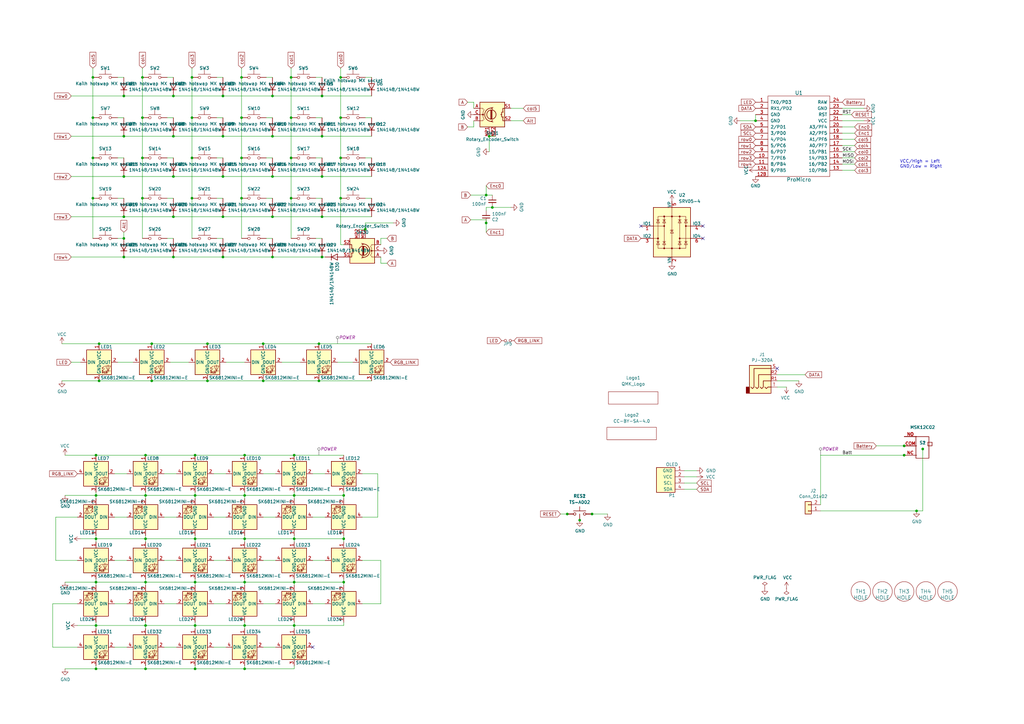
<source format=kicad_sch>
(kicad_sch (version 20231120) (generator "eeschema") (generator_version "8.0")
  (paper "A3")
  (title_block (title "Lotus 58 Glow") (date "2024-03-28") (rev "v1.29") (company "Markus Knutsson <markus.knutsson@tweety.se>") (comment 1 "https://github.com/TweetyDaBird") (comment 2 "Licensed under Creative Commons BY-SA 4.0 International"))
  (junction (at 119.38 48.26))
  (junction (at 50.8 97.79))
  (junction (at 59.69 274.32))
  (junction (at 132.08 88.9))
  (junction (at 370.84 182.88))
  (junction (at 59.69 220.98))
  (junction (at 62.23 140.97))
  (junction (at 378.46 184.15))
  (junction (at 100.33 256.54))
  (junction (at 80.01 220.98))
  (junction (at 91.44 105.41))
  (junction (at 139.7 48.26))
  (junction (at 100.33 203.2))
  (junction (at 58.42 81.28))
  (junction (at 80.01 186.69))
  (junction (at 78.74 81.28))
  (junction (at 85.09 156.21))
  (junction (at 111.76 55.88))
  (junction (at 132.08 55.88))
  (junction (at 39.37 186.69))
  (junction (at 107.95 156.21))
  (junction (at 59.69 256.54))
  (junction (at 50.8 105.41))
  (junction (at 80.01 274.32))
  (junction (at 111.76 39.37))
  (junction (at 111.76 72.39))
  (junction (at 200.66 55.88))
  (junction (at 119.38 31.75))
  (junction (at 40.64 140.97))
  (junction (at 58.42 48.26))
  (junction (at 99.06 31.75))
  (junction (at 71.12 72.39))
  (junction (at 38.1 48.26))
  (junction (at 140.97 238.76))
  (junction (at 50.8 39.37))
  (junction (at 58.42 31.75))
  (junction (at 149.86 93.98))
  (junction (at 50.8 72.39))
  (junction (at 139.7 64.77))
  (junction (at 71.12 55.88))
  (junction (at 99.06 81.28))
  (junction (at 59.69 186.69))
  (junction (at 237.744 213.36))
  (junction (at 39.37 220.98))
  (junction (at 71.12 39.37))
  (junction (at 50.8 88.9))
  (junction (at 140.97 220.98))
  (junction (at 107.95 140.97))
  (junction (at 100.33 186.69))
  (junction (at 58.42 64.77))
  (junction (at 38.1 31.75))
  (junction (at 130.81 140.97))
  (junction (at 50.8 55.88))
  (junction (at 111.76 105.41))
  (junction (at 39.37 238.76))
  (junction (at 39.37 274.32))
  (junction (at 91.44 55.88))
  (junction (at 85.09 140.97))
  (junction (at 38.1 64.77))
  (junction (at 375.92 209.55))
  (junction (at 71.12 105.41))
  (junction (at 78.74 64.77))
  (junction (at 120.65 256.54))
  (junction (at 120.65 220.98))
  (junction (at 39.37 256.54))
  (junction (at 111.76 88.9))
  (junction (at 59.69 203.2))
  (junction (at 370.84 186.69))
  (junction (at 80.01 238.76))
  (junction (at 120.65 186.69))
  (junction (at 91.44 39.37))
  (junction (at 132.08 72.39))
  (junction (at 199.39 91.44))
  (junction (at 120.65 203.2))
  (junction (at 242.824 210.82))
  (junction (at 132.08 39.37))
  (junction (at 119.38 64.77))
  (junction (at 132.08 105.41))
  (junction (at 232.664 210.82))
  (junction (at 120.65 238.76))
  (junction (at 201.93 85.09))
  (junction (at 309.88 49.53))
  (junction (at 140.97 203.2))
  (junction (at 39.37 203.2))
  (junction (at 62.23 156.21))
  (junction (at 100.33 220.98))
  (junction (at 78.74 31.75))
  (junction (at 80.01 203.2))
  (junction (at 99.06 64.77))
  (junction (at 78.74 48.26))
  (junction (at 80.01 256.54))
  (junction (at 99.06 48.26))
  (junction (at 91.44 72.39))
  (junction (at 40.64 156.21))
  (junction (at 100.33 238.76))
  (junction (at 139.7 31.75))
  (junction (at 91.44 88.9))
  (junction (at 139.7 81.28))
  (junction (at 100.33 274.32))
  (junction (at 38.1 81.28))
  (junction (at 71.12 88.9))
  (junction (at 119.38 81.28))
  (junction (at 130.81 156.21))
  (junction (at 199.39 80.01))
  (junction (at 59.69 238.76))
  (no_connect (at 128.27 265.43))
  (no_connect (at 262.89 92.71))
  (no_connect (at 288.29 97.79))
  (no_connect (at 288.29 92.71))
  (no_connect (at 318.77 151.13))
  (wire (pts (xy 345.44 59.69) (xy 350.52 59.69)))
  (wire (pts (xy 140.97 203.2) (xy 140.97 201.93)))
  (wire (pts (xy 120.65 203.2) (xy 120.65 201.93)))
  (wire (pts (xy 29.21 148.59) (xy 33.02 148.59)))
  (wire (pts (xy 80.01 238.76) (xy 100.33 238.76)))
  (wire (pts (xy 120.65 186.69) (xy 140.97 186.69)))
  (wire (pts (xy 132.08 48.26) (xy 129.54 48.26)))
  (wire (pts (xy 199.39 80.01) (xy 199.39 76.2)))
  (wire (pts (xy 120.65 222.25) (xy 120.65 220.98)))
  (wire (pts (xy 109.22 31.75) (xy 111.76 31.75)))
  (wire (pts (xy 107.95 265.43) (xy 113.03 265.43)))
  (wire (pts (xy 107.95 194.31) (xy 113.03 194.31)))
  (wire (pts (xy 128.27 229.87) (xy 133.35 229.87)))
  (wire (pts (xy 67.31 212.09) (xy 72.39 212.09)))
  (wire (pts (xy 68.58 64.77) (xy 71.12 64.77)))
  (wire (pts (xy 67.31 247.65) (xy 72.39 247.65)))
  (wire (pts (xy 80.01 220.98) (xy 80.01 222.25)))
  (wire (pts (xy 39.37 274.32) (xy 39.37 273.05)))
  (wire (pts (xy 209.55 49.53) (xy 214.63 49.53)))
  (wire (pts (xy 25.4 140.97) (xy 40.64 140.97)))
  (wire (pts (xy 59.69 257.81) (xy 59.69 256.54)))
  (wire (pts (xy 318.77 153.67) (xy 330.2 153.67)))
  (wire (pts (xy 378.46 184.15) (xy 378.46 209.55)))
  (wire (pts (xy 140.97 220.98) (xy 140.97 222.25)))
  (wire (pts (xy 46.99 212.09) (xy 52.07 212.09)))
  (wire (pts (xy 128.27 194.31) (xy 133.35 194.31)))
  (wire (pts (xy 199.39 86.36) (xy 199.39 85.09)))
  (wire (pts (xy 120.65 255.27) (xy 120.65 256.54)))
  (wire (pts (xy 21.59 247.65) (xy 21.59 265.43)))
  (wire (pts (xy 31.75 247.65) (xy 21.59 247.65)))
  (wire (pts (xy 87.63 212.09) (xy 92.71 212.09)))
  (wire (pts (xy 280.67 195.58) (xy 285.75 195.58)))
  (wire (pts (xy 29.21 105.41) (xy 50.8 105.41)))
  (wire (pts (xy 359.41 182.88) (xy 370.84 182.88)))
  (wire (pts (xy 378.46 209.55) (xy 375.92 209.55)))
  (wire (pts (xy 87.63 229.87) (xy 92.71 229.87)))
  (wire (pts (xy 201.93 85.09) (xy 209.55 85.09)))
  (wire (pts (xy 156.21 229.87) (xy 156.21 247.65)))
  (wire (pts (xy 68.58 31.75) (xy 71.12 31.75)))
  (wire (pts (xy 59.69 220.98) (xy 80.01 220.98)))
  (wire (pts (xy 80.01 186.69) (xy 100.33 186.69)))
  (wire (pts (xy 50.8 81.28) (xy 48.26 81.28)))
  (wire (pts (xy 193.04 80.01) (xy 199.39 80.01)))
  (wire (pts (xy 91.44 97.79) (xy 88.9 97.79)))
  (wire (pts (xy 87.63 194.31) (xy 92.71 194.31)))
  (wire (pts (xy 132.08 55.88) (xy 152.4 55.88)))
  (wire (pts (xy 78.74 48.26) (xy 78.74 64.77)))
  (wire (pts (xy 40.64 156.21) (xy 62.23 156.21)))
  (wire (pts (xy 39.37 220.98) (xy 33.02 220.98)))
  (wire (pts (xy 120.65 256.54) (xy 140.97 256.54)))
  (wire (pts (xy 38.1 27.94) (xy 38.1 31.75)))
  (wire (pts (xy 88.9 31.75) (xy 91.44 31.75)))
  (wire (pts (xy 132.08 105.41) (xy 133.35 105.41)))
  (wire (pts (xy 99.06 31.75) (xy 99.06 48.26)))
  (wire (pts (xy 59.69 220.98) (xy 59.69 222.25)))
  (wire (pts (xy 99.06 27.94) (xy 99.06 31.75)))
  (wire (pts (xy 26.67 186.69) (xy 39.37 186.69)))
  (wire (pts (xy 336.55 186.69) (xy 336.55 207.01)))
  (wire (pts (xy 78.74 64.77) (xy 78.74 81.28)))
  (wire (pts (xy 46.99 194.31) (xy 52.07 194.31)))
  (wire (pts (xy 39.37 203.2) (xy 39.37 204.47)))
  (wire (pts (xy 80.01 237.49) (xy 80.01 238.76)))
  (wire (pts (xy 107.95 140.97) (xy 130.81 140.97)))
  (wire (pts (xy 29.21 55.88) (xy 50.8 55.88)))
  (wire (pts (xy 50.8 55.88) (xy 71.12 55.88)))
  (wire (pts (xy 59.69 255.27) (xy 59.69 256.54)))
  (wire (pts (xy 48.26 64.77) (xy 50.8 64.77)))
  (wire (pts (xy 78.74 31.75) (xy 78.74 48.26)))
  (wire (pts (xy 80.01 203.2) (xy 59.69 203.2)))
  (wire (pts (xy 31.75 229.87) (xy 22.86 229.87)))
  (wire (pts (xy 309.88 49.53) (xy 303.53 49.53)))
  (wire (pts (xy 115.57 148.59) (xy 123.19 148.59)))
  (wire (pts (xy 100.33 203.2) (xy 100.33 201.93)))
  (wire (pts (xy 39.37 240.03) (xy 39.37 238.76)))
  (wire (pts (xy 71.12 105.41) (xy 91.44 105.41)))
  (wire (pts (xy 345.44 52.07) (xy 350.52 52.07)))
  (wire (pts (xy 111.76 64.77) (xy 109.22 64.77)))
  (wire (pts (xy 50.8 95.25) (xy 50.8 97.79)))
  (wire (pts (xy 39.37 220.98) (xy 39.37 222.25)))
  (wire (pts (xy 149.86 64.77) (xy 152.4 64.77)))
  (wire (pts (xy 199.39 85.09) (xy 201.93 85.09)))
  (wire (pts (xy 78.74 81.28) (xy 78.74 97.79)))
  (wire (pts (xy 80.01 203.2) (xy 100.33 203.2)))
  (wire (pts (xy 46.99 265.43) (xy 52.07 265.43)))
  (wire (pts (xy 158.75 107.95) (xy 156.21 107.95)))
  (wire (pts (xy 100.33 220.98) (xy 100.33 222.25)))
  (wire (pts (xy 39.37 201.93) (xy 39.37 203.2)))
  (wire (pts (xy 200.66 62.23) (xy 200.66 55.88)))
  (wire (pts (xy 318.77 156.21) (xy 327.66 156.21)))
  (wire (pts (xy 71.12 72.39) (xy 91.44 72.39)))
  (wire (pts (xy 50.8 88.9) (xy 71.12 88.9)))
  (wire (pts (xy 309.88 46.99) (xy 309.88 49.53)))
  (wire (pts (xy 99.06 64.77) (xy 99.06 81.28)))
  (wire (pts (xy 156.21 107.95) (xy 156.21 105.41)))
  (wire (pts (xy 199.39 95.25) (xy 199.39 91.44)))
  (wire (pts (xy 201.93 80.01) (xy 199.39 80.01)))
  (wire (pts (xy 280.67 200.66) (xy 285.75 200.66)))
  (wire (pts (xy 209.55 44.45) (xy 214.63 44.45)))
  (wire (pts (xy 25.4 156.21) (xy 40.64 156.21)))
  (wire (pts (xy 119.38 81.28) (xy 119.38 97.79)))
  (wire (pts (xy 39.37 219.71) (xy 39.37 220.98)))
  (wire (pts (xy 191.77 52.07) (xy 194.31 52.07)))
  (wire (pts (xy 161.29 91.44) (xy 149.86 91.44)))
  (wire (pts (xy 78.74 27.94) (xy 78.74 31.75)))
  (wire (pts (xy 62.23 140.97) (xy 85.09 140.97)))
  (wire (pts (xy 345.44 49.53) (xy 354.33 49.53)))
  (wire (pts (xy 280.67 198.12) (xy 285.75 198.12)))
  (wire (pts (xy 130.81 140.97) (xy 152.4 140.97)))
  (wire (pts (xy 71.12 55.88) (xy 91.44 55.88)))
  (wire (pts (xy 119.38 31.75) (xy 119.38 48.26)))
  (wire (pts (xy 59.69 274.32) (xy 39.37 274.32)))
  (wire (pts (xy 99.06 48.26) (xy 99.06 64.77)))
  (wire (pts (xy 92.71 148.59) (xy 100.33 148.59)))
  (wire (pts (xy 149.86 81.28) (xy 152.4 81.28)))
  (wire (pts (xy 100.33 203.2) (xy 120.65 203.2)))
  (wire (pts (xy 21.59 265.43) (xy 31.75 265.43)))
  (wire (pts (xy 139.7 31.75) (xy 139.7 48.26)))
  (wire (pts (xy 69.85 148.59) (xy 77.47 148.59)))
  (wire (pts (xy 345.44 54.61) (xy 350.52 54.61)))
  (wire (pts (xy 280.67 193.04) (xy 285.75 193.04)))
  (wire (pts (xy 100.33 274.32) (xy 80.01 274.32)))
  (wire (pts (xy 109.22 81.28) (xy 111.76 81.28)))
  (wire (pts (xy 119.38 48.26) (xy 119.38 64.77)))
  (wire (pts (xy 80.01 274.32) (xy 80.01 273.05)))
  (wire (pts (xy 71.12 48.26) (xy 68.58 48.26)))
  (wire (pts (xy 100.33 256.54) (xy 100.33 255.27)))
  (wire (pts (xy 345.44 44.45) (xy 354.33 44.45)))
  (wire (pts (xy 67.31 229.87) (xy 72.39 229.87)))
  (wire (pts (xy 107.95 156.21) (xy 130.81 156.21)))
  (wire (pts (xy 91.44 88.9) (xy 111.76 88.9)))
  (wire (pts (xy 80.01 257.81) (xy 80.01 256.54)))
  (wire (pts (xy 119.38 64.77) (xy 119.38 81.28)))
  (wire (pts (xy 148.59 247.65) (xy 156.21 247.65)))
  (wire (pts (xy 100.33 238.76) (xy 120.65 238.76)))
  (wire (pts (xy 58.42 27.94) (xy 58.42 31.75)))
  (wire (pts (xy 31.75 256.54) (xy 39.37 256.54)))
  (wire (pts (xy 200.66 55.88) (xy 203.2 55.88)))
  (wire (pts (xy 99.06 81.28) (xy 99.06 97.79)))
  (wire (pts (xy 147.32 93.98) (xy 149.86 93.98)))
  (wire (pts (xy 130.81 156.21) (xy 152.4 156.21)))
  (wire (pts (xy 48.26 148.59) (xy 54.61 148.59)))
  (wire (pts (xy 100.33 257.81) (xy 100.33 256.54)))
  (wire (pts (xy 29.21 88.9) (xy 50.8 88.9)))
  (wire (pts (xy 46.99 247.65) (xy 52.07 247.65)))
  (wire (pts (xy 132.08 97.79) (xy 129.54 97.79)))
  (wire (pts (xy 88.9 48.26) (xy 91.44 48.26)))
  (wire (pts (xy 140.97 237.49) (xy 140.97 238.76)))
  (wire (pts (xy 107.95 247.65) (xy 113.03 247.65)))
  (wire (pts (xy 111.76 97.79) (xy 109.22 97.79)))
  (wire (pts (xy 80.01 203.2) (xy 80.01 204.47)))
  (wire (pts (xy 120.65 274.32) (xy 100.33 274.32)))
  (wire (pts (xy 26.67 238.76) (xy 39.37 238.76)))
  (wire (pts (xy 140.97 220.98) (xy 140.97 219.71)))
  (wire (pts (xy 100.33 204.47) (xy 100.33 203.2)))
  (wire (pts (xy 149.86 31.75) (xy 152.4 31.75)))
  (wire (pts (xy 140.97 203.2) (xy 140.97 204.47)))
  (wire (pts (xy 120.65 204.47) (xy 120.65 203.2)))
  (wire (pts (xy 345.44 62.23) (xy 350.52 62.23)))
  (wire (pts (xy 87.63 247.65) (xy 92.71 247.65)))
  (wire (pts (xy 191.77 41.91) (xy 194.31 41.91)))
  (wire (pts (xy 193.04 90.17) (xy 199.39 90.17)))
  (wire (pts (xy 59.69 186.69) (xy 80.01 186.69)))
  (wire (pts (xy 120.65 238.76) (xy 140.97 238.76)))
  (wire (pts (xy 80.01 220.98) (xy 80.01 219.71)))
  (wire (pts (xy 345.44 67.31) (xy 350.52 67.31)))
  (wire (pts (xy 67.31 265.43) (xy 72.39 265.43)))
  (wire (pts (xy 22.86 229.87) (xy 22.86 212.09)))
  (wire (pts (xy 249.174 210.82) (xy 242.824 210.82)))
  (wire (pts (xy 194.31 52.07) (xy 194.31 49.53)))
  (wire (pts (xy 50.8 105.41) (xy 71.12 105.41)))
  (wire (pts (xy 87.63 265.43) (xy 92.71 265.43)))
  (wire (pts (xy 59.69 274.32) (xy 59.69 273.05)))
  (wire (pts (xy 132.08 31.75) (xy 129.54 31.75)))
  (wire (pts (xy 39.37 203.2) (xy 26.67 203.2)))
  (wire (pts (xy 91.44 81.28) (xy 88.9 81.28)))
  (wire (pts (xy 111.76 55.88) (xy 132.08 55.88)))
  (wire (pts (xy 132.08 72.39) (xy 152.4 72.39)))
  (wire (pts (xy 59.69 203.2) (xy 59.69 201.93)))
  (wire (pts (xy 345.44 69.85) (xy 350.52 69.85)))
  (wire (pts (xy 39.37 186.69) (xy 59.69 186.69)))
  (wire (pts (xy 29.21 39.37) (xy 50.8 39.37)))
  (wire (pts (xy 149.86 91.44) (xy 149.86 93.98)))
  (wire (pts (xy 139.7 64.77) (xy 139.7 81.28)))
  (wire (pts (xy 120.65 257.81) (xy 120.65 256.54)))
  (wire (pts (xy 152.4 48.26) (xy 149.86 48.26)))
  (wire (pts (xy 39.37 203.2) (xy 59.69 203.2)))
  (wire (pts (xy 100.33 237.49) (xy 100.33 238.76)))
  (wire (pts (xy 59.69 237.49) (xy 59.69 238.76)))
  (wire (pts (xy 120.65 203.2) (xy 140.97 203.2)))
  (wire (pts (xy 140.97 256.54) (xy 140.97 255.27)))
  (wire (pts (xy 91.44 105.41) (xy 111.76 105.41)))
  (wire (pts (xy 111.76 72.39) (xy 132.08 72.39)))
  (wire (pts (xy 100.33 220.98) (xy 120.65 220.98)))
  (wire (pts (xy 120.65 274.32) (xy 120.65 273.05)))
  (wire (pts (xy 345.44 46.99) (xy 349.25 46.99)))
  (wire (pts (xy 120.65 220.98) (xy 120.65 219.71)))
  (wire (pts (xy 148.59 229.87) (xy 156.21 229.87)))
  (wire (pts (xy 154.94 194.31) (xy 154.94 212.09)))
  (wire (pts (xy 199.39 91.44) (xy 199.39 90.17)))
  (wire (pts (xy 91.44 72.39) (xy 111.76 72.39)))
  (wire (pts (xy 80.01 201.93) (xy 80.01 203.2)))
  (wire (pts (xy 91.44 39.37) (xy 111.76 39.37)))
  (wire (pts (xy 58.42 81.28) (xy 58.42 97.79)))
  (wire (pts (xy 59.69 220.98) (xy 59.69 219.71)))
  (wire (pts (xy 59.69 204.47) (xy 59.69 203.2)))
  (wire (pts (xy 80.01 240.03) (xy 80.01 238.76)))
  (wire (pts (xy 67.31 194.31) (xy 72.39 194.31)))
  (wire (pts (xy 158.75 97.79) (xy 156.21 97.79)))
  (wire (pts (xy 120.65 220.98) (xy 140.97 220.98)))
  (wire (pts (xy 80.01 256.54) (xy 80.01 255.27)))
  (wire (pts (xy 318.77 158.75) (xy 322.58 158.75)))
  (wire (pts (xy 71.12 39.37) (xy 91.44 39.37)))
  (wire (pts (xy 46.99 229.87) (xy 52.07 229.87)))
  (wire (pts (xy 39.37 255.27) (xy 39.37 256.54)))
  (wire (pts (xy 38.1 48.26) (xy 38.1 64.77)))
  (wire (pts (xy 148.59 212.09) (xy 154.94 212.09)))
  (wire (pts (xy 128.27 247.65) (xy 133.35 247.65)))
  (wire (pts (xy 39.37 257.81) (xy 39.37 256.54)))
  (wire (pts (xy 80.01 220.98) (xy 100.33 220.98)))
  (wire (pts (xy 59.69 256.54) (xy 80.01 256.54)))
  (wire (pts (xy 38.1 81.28) (xy 38.1 97.79)))
  (wire (pts (xy 59.69 238.76) (xy 80.01 238.76)))
  (wire (pts (xy 107.95 212.09) (xy 113.03 212.09)))
  (wire (pts (xy 119.38 27.94) (xy 119.38 31.75)))
  (wire (pts (xy 139.7 48.26) (xy 139.7 64.77)))
  (wire (pts (xy 139.7 27.94) (xy 139.7 31.75)))
  (wire (pts (xy 139.7 81.28) (xy 139.7 100.33)))
  (wire (pts (xy 80.01 274.32) (xy 59.69 274.32)))
  (wire (pts (xy 132.08 39.37) (xy 152.4 39.37)))
  (wire (pts (xy 100.33 186.69) (xy 120.65 186.69)))
  (wire (pts (xy 100.33 274.32) (xy 100.33 273.05)))
  (wire (pts (xy 50.8 39.37) (xy 71.12 39.37)))
  (wire (pts (xy 85.09 156.21) (xy 107.95 156.21)))
  (wire (pts (xy 132.08 88.9) (xy 152.4 88.9)))
  (wire (pts (xy 100.33 256.54) (xy 120.65 256.54)))
  (wire (pts (xy 71.12 88.9) (xy 91.44 88.9)))
  (wire (pts (xy 120.65 240.03) (xy 120.65 238.76)))
  (wire (pts (xy 40.64 140.97) (xy 62.23 140.97)))
  (wire (pts (xy 71.12 81.28) (xy 68.58 81.28)))
  (wire (pts (xy 22.86 212.09) (xy 31.75 212.09)))
  (wire (pts (xy 39.37 274.32) (xy 26.67 274.32)))
  (wire (pts (xy 39.37 238.76) (xy 59.69 238.76)))
  (wire (pts (xy 58.42 64.77) (xy 58.42 81.28)))
  (wire (pts (xy 156.21 97.79) (xy 156.21 100.33)))
  (wire (pts (xy 107.95 229.87) (xy 113.03 229.87)))
  (wire (pts (xy 336.55 186.69) (xy 370.84 186.69)))
  (wire (pts (xy 132.08 64.77) (xy 129.54 64.77)))
  (wire (pts (xy 139.7 100.33) (xy 140.97 100.33)))
  (wire (pts (xy 71.12 97.79) (xy 68.58 97.79)))
  (wire (pts (xy 62.23 156.21) (xy 85.09 156.21)))
  (wire (pts (xy 50.8 48.26) (xy 48.26 48.26)))
  (wire (pts (xy 345.44 64.77) (xy 350.52 64.77)))
  (wire (pts (xy 85.09 140.97) (xy 107.95 140.97)))
  (wire (pts (xy 100.33 238.76) (xy 100.33 240.03)))
  (wire (pts (xy 111.76 48.26) (xy 109.22 48.26)))
  (wire (pts (xy 88.9 64.77) (xy 91.44 64.77)))
  (wire (pts (xy 138.43 148.59) (xy 144.78 148.59)))
  (wire (pts (xy 50.8 31.75) (xy 48.26 31.75)))
  (wire (pts (xy 148.59 194.31) (xy 154.94 194.31)))
  (wire (pts (xy 80.01 256.54) (xy 100.33 256.54)))
  (wire (pts (xy 120.65 237.49) (xy 120.65 238.76)))
  (wire (pts (xy 111.76 105.41) (xy 132.08 105.41)))
  (wire (pts (xy 50.8 72.39) (xy 71.12 72.39)))
  (wire (pts (xy 132.08 81.28) (xy 129.54 81.28)))
  (wire (pts (xy 111.76 88.9) (xy 132.08 88.9)))
  (wire (pts (xy 39.37 220.98) (xy 59.69 220.98)))
  (wire (pts (xy 58.42 31.75) (xy 58.42 48.26)))
  (wire (pts (xy 29.21 72.39) (xy 50.8 72.39)))
  (wire (pts (xy 59.69 238.76) (xy 59.69 240.03)))
  (wire (pts (xy 39.37 256.54) (xy 59.69 256.54)))
  (wire (pts (xy 100.33 220.98) (xy 100.33 219.71)))
  (wire (pts (xy 229.87 210.82) (xy 232.664 210.82)))
  (wire (pts (xy 336.55 209.55) (xy 375.92 209.55)))
  (wire (pts (xy 91.44 55.88) (xy 111.76 55.88)))
  (wire (pts (xy 194.31 41.91) (xy 194.31 44.45)))
  (wire (pts (xy 39.37 237.49) (xy 39.37 238.76)))
  (wire (pts (xy 345.44 57.15) (xy 350.52 57.15)))
  (wire (pts (xy 48.26 97.79) (xy 50.8 97.79)))
  (wire (pts (xy 140.97 238.76) (xy 140.97 240.03)))
  (wire (pts (xy 38.1 31.75) (xy 38.1 48.26)))
  (wire (pts (xy 111.76 39.37) (xy 132.08 39.37)))
  (wire (pts (xy 58.42 48.26) (xy 58.42 64.77)))
  (wire (pts (xy 38.1 64.77) (xy 38.1 81.28)))
  (wire (pts (xy 128.27 212.09) (xy 133.35 212.09)))
  (text "VCC/High = Left\nGND/Low = Right" (at 369.062 69.088 0) (effects (font (size 1.27 1.27)) (justify left bottom)))
  (label "MOSI" (at 345.44 67.31 0))
  (label "SCK" (at 345.44 62.23 0))
  (label "Batt" (at 345.44 186.69 0))
  (label "RST" (at 345.44 46.99 0))
  (label "MISO" (at 345.44 64.77 0))
  (global_label "A" (shape input) (at 193.04 90.17 180) (property "Intersheetrefs" "${INTERSHEET_REFS}" (effects (hide yes))))
  (global_label "Alt" (shape input) (at 50.8 95.25 90) (property "Intersheetrefs" "${INTERSHEET_REFS}" (effects (hide yes))))
  (global_label "col2" (shape input) (at 350.52 64.77 0) (property "Intersheetrefs" "${INTERSHEET_REFS}" (effects (hide yes))))
  (global_label "row2" (shape input) (at 309.88 62.23 180) (property "Intersheetrefs" "${INTERSHEET_REFS}" (effects (hide yes))))
  (global_label "RESET" (shape input) (at 349.25 46.99 0) (property "Intersheetrefs" "${INTERSHEET_REFS}" (effects (hide yes))))
  (global_label "col4" (shape input) (at 58.42 27.94 90) (property "Intersheetrefs" "${INTERSHEET_REFS}" (effects (hide yes))))
  (global_label "row1" (shape input) (at 309.88 59.69 180) (property "Intersheetrefs" "${INTERSHEET_REFS}" (effects (hide yes))))
  (global_label "Battery" (shape input) (at 345.44 41.91 0) (property "Intersheetrefs" "${INTERSHEET_REFS}" (effects (hide yes))))
  (global_label "LED" (shape input) (at 29.21 148.59 180) (property "Intersheetrefs" "${INTERSHEET_REFS}" (effects (hide yes))))
  (global_label "Enc1" (shape input) (at 199.39 95.25 0) (property "Intersheetrefs" "${INTERSHEET_REFS}" (effects (hide yes))))
  (global_label "row3" (shape input) (at 29.21 88.9 180) (property "Intersheetrefs" "${INTERSHEET_REFS}" (effects (hide yes))))
  (global_label "row3" (shape input) (at 309.88 64.77 180) (property "Intersheetrefs" "${INTERSHEET_REFS}" (effects (hide yes))))
  (global_label "SCL" (shape input) (at 309.88 54.61 180) (property "Intersheetrefs" "${INTERSHEET_REFS}" (effects (hide yes))))
  (global_label "Enc0" (shape input) (at 350.52 52.07 0) (property "Intersheetrefs" "${INTERSHEET_REFS}" (effects (hide yes))))
  (global_label "col4" (shape input) (at 350.52 59.69 0) (property "Intersheetrefs" "${INTERSHEET_REFS}" (effects (hide yes))))
  (global_label "SDA" (shape input) (at 285.75 200.66 0) (property "Intersheetrefs" "${INTERSHEET_REFS}" (effects (hide yes))))
  (global_label "row1" (shape input) (at 29.21 55.88 180) (property "Intersheetrefs" "${INTERSHEET_REFS}" (effects (hide yes))))
  (global_label "RGB_LINK" (shape input) (at 160.02 148.59 0) (property "Intersheetrefs" "${INTERSHEET_REFS}" (effects (hide yes))))
  (global_label "RGB_LINK" (shape input) (at 210.82 139.7 0) (property "Intersheetrefs" "${INTERSHEET_REFS}" (effects (hide yes))))
  (global_label "row2" (shape input) (at 29.21 72.39 180) (property "Intersheetrefs" "${INTERSHEET_REFS}" (effects (hide yes))))
  (global_label "A" (shape input) (at 191.77 41.91 180) (property "Intersheetrefs" "${INTERSHEET_REFS}" (effects (hide yes))))
  (global_label "col5" (shape input) (at 214.63 44.45 0) (property "Intersheetrefs" "${INTERSHEET_REFS}" (effects (hide yes))))
  (global_label "col5" (shape input) (at 38.1 27.94 90) (property "Intersheetrefs" "${INTERSHEET_REFS}" (effects (hide yes))))
  (global_label "col0" (shape input) (at 350.52 62.23 0) (property "Intersheetrefs" "${INTERSHEET_REFS}" (effects (hide yes))))
  (global_label "col3" (shape input) (at 78.74 27.94 90) (property "Intersheetrefs" "${INTERSHEET_REFS}" (effects (hide yes))))
  (global_label "LED" (shape input) (at 205.74 139.7 180) (property "Intersheetrefs" "${INTERSHEET_REFS}" (effects (hide yes))))
  (global_label "DATA" (shape input) (at 262.89 97.79 180) (property "Intersheetrefs" "${INTERSHEET_REFS}" (effects (hide yes))))
  (global_label "Battery" (shape input) (at 359.41 182.88 180) (property "Intersheetrefs" "${INTERSHEET_REFS}" (effects (hide yes))))
  (global_label "LED" (shape input) (at 309.88 41.91 180) (property "Intersheetrefs" "${INTERSHEET_REFS}" (effects (hide yes))))
  (global_label "A" (shape input) (at 158.75 107.95 0) (property "Intersheetrefs" "${INTERSHEET_REFS}" (effects (hide yes))))
  (global_label "row0" (shape input) (at 29.21 39.37 180) (property "Intersheetrefs" "${INTERSHEET_REFS}" (effects (hide yes))))
  (global_label "SDA" (shape input) (at 309.88 52.07 180) (property "Intersheetrefs" "${INTERSHEET_REFS}" (effects (hide yes))))
  (global_label "Alt" (shape input) (at 214.63 49.53 0) (property "Intersheetrefs" "${INTERSHEET_REFS}" (effects (hide yes))))
  (global_label "B" (shape input) (at 193.04 80.01 180) (property "Intersheetrefs" "${INTERSHEET_REFS}" (effects (hide yes))))
  (global_label "col5" (shape input) (at 350.52 57.15 0) (property "Intersheetrefs" "${INTERSHEET_REFS}" (effects (hide yes))))
  (global_label "DATA" (shape input) (at 330.2 153.67 0) (property "Intersheetrefs" "${INTERSHEET_REFS}" (effects (hide yes))))
  (global_label "Enc0" (shape input) (at 199.39 76.2 0) (property "Intersheetrefs" "${INTERSHEET_REFS}" (effects (hide yes))))
  (global_label "SCL" (shape input) (at 285.75 198.12 0) (property "Intersheetrefs" "${INTERSHEET_REFS}" (effects (hide yes))))
  (global_label "row4" (shape input) (at 29.21 105.41 180) (property "Intersheetrefs" "${INTERSHEET_REFS}" (effects (hide yes))))
  (global_label "row0" (shape input) (at 309.88 57.15 180) (property "Intersheetrefs" "${INTERSHEET_REFS}" (effects (hide yes))))
  (global_label "RGB_LINK" (shape input) (at 31.75 194.31 180) (property "Intersheetrefs" "${INTERSHEET_REFS}" (effects (hide yes))))
  (global_label "B" (shape input) (at 191.77 52.07 180) (property "Intersheetrefs" "${INTERSHEET_REFS}" (effects (hide yes))))
  (global_label "B" (shape input) (at 158.75 97.79 0) (property "Intersheetrefs" "${INTERSHEET_REFS}" (effects (hide yes))))
  (global_label "col1" (shape input) (at 350.52 67.31 0) (property "Intersheetrefs" "${INTERSHEET_REFS}" (effects (hide yes))))
  (global_label "col1" (shape input) (at 119.38 27.94 90) (property "Intersheetrefs" "${INTERSHEET_REFS}" (effects (hide yes))))
  (global_label "col0" (shape input) (at 139.7 27.94 90) (property "Intersheetrefs" "${INTERSHEET_REFS}" (effects (hide yes))))
  (global_label "col2" (shape input) (at 99.06 27.94 90) (property "Intersheetrefs" "${INTERSHEET_REFS}" (effects (hide yes))))
  (global_label "DATA" (shape input) (at 309.88 44.45 180) (property "Intersheetrefs" "${INTERSHEET_REFS}" (effects (hide yes))))
  (global_label "row4" (shape input) (at 309.88 67.31 180) (property "Intersheetrefs" "${INTERSHEET_REFS}" (effects (hide yes))))
  (global_label "Enc1" (shape input) (at 350.52 54.61 0) (property "Intersheetrefs" "${INTERSHEET_REFS}" (effects (hide yes))))
  (global_label "RESET" (shape input) (at 229.87 210.82 180) (property "Intersheetrefs" "${INTERSHEET_REFS}" (effects (hide yes))))
  (global_label "col3" (shape input) (at 350.52 69.85 0) (property "Intersheetrefs" "${INTERSHEET_REFS}" (effects (hide yes))))
  (netclass_flag "" (length 2.54) (shape round) (at 336.55 186.69 0) (property "Netclass" "POWER" (at 337.1596 184.15 0) (effects (font (italic yes)) (justify left))))
  (netclass_flag "" (length 2.54) (shape round) (at 130.81 186.69 0) (property "Netclass" "POWER" (at 131.4196 184.15 0) (effects (font (italic yes)) (justify left))))
  (netclass_flag "" (length 2.54) (shape round) (at 138.43 140.97 0) (property "Netclass" "POWER" (at 139.0396 138.43 0) (effects (font (italic yes)) (justify left))))
  (symbol (lib_id "Keyboard_Controllers:ProMicro_jumpers_v2") (at 327.66 55.88 0) (unit 1)
    (property "Reference" "U1" (at 327.66 38.1 0) (effects (font (size 1.524 1.524))))
    (property "Value" "ProMicro" (at 327.66 73.66 0) (effects (font (size 1.524 1.524))))
    (property "Footprint" "Keyboard Controllers:ProMicro_Reversible_mod" (effects (hide yes)))
  )
  (symbol (lib_id "Switch:SW_Push") (at 43.18 97.79 0) (unit 1)
    (property "Reference" "SW25" (at 43.18 93.98 0))
    (property "Value" "Kailh hotswap MX socket" (at 43.18 100.33 0))
    (property "Footprint" "keyswitches:Kailh_socket_MX_reversible_RGB" (effects (hide yes)))
  )
  (symbol (lib_id "Switch:SW_Push") (at 63.5 97.79 0) (unit 1)
    (property "Reference" "SW26" (at 63.5 93.98 0))
    (property "Value" "Kailh hotswap MX socket" (at 63.5 100.33 0))
    (property "Footprint" "keyswitches:Kailh_socket_MX_reversible_RGB" (effects (hide yes)))
  )
  (symbol (lib_id "Switch:SW_Push") (at 43.18 31.75 0) (mirror y) (unit 1)
    (property "Reference" "SW1" (at 43.18 27.94 0))
    (property "Value" "Kailh hotswap MX socket" (at 43.18 34.29 0))
    (property "Footprint" "keyswitches:Kailh_socket_MX_reversible_RGB" (effects (hide yes)))
  )
  (symbol (lib_id "Device:D") (at 50.8 35.56 90) (unit 1)
    (property "Reference" "D1" (at 52.8066 34.3916 90) (effects (justify right)))
    (property "Value" "1N4148/1N4148W" (at 52.8066 36.703 90) (effects (justify right)))
    (property "Footprint" "Keyboard Library:Diode_DO35_SOD123" (effects (hide yes)))
    (property "Description" "Diode" (effects (hide yes)))
    (property "Sim.Device" "D" (effects (hide yes)))
    (property "Sim.Pins" "1=K 2=A" (effects (hide yes)))
  )
  (symbol (lib_id "Switch:SW_Push") (at 63.5 31.75 0) (unit 1)
    (property "Reference" "SW2" (at 63.5 27.94 0))
    (property "Value" "Kailh hotswap MX socket" (at 63.5 34.29 0))
    (property "Footprint" "keyswitches:Kailh_socket_MX_reversible_RGB" (effects (hide yes)))
  )
  (symbol (lib_id "Device:D") (at 71.12 35.56 90) (unit 1)
    (property "Reference" "D2" (at 73.1266 34.3916 90) (effects (justify right)))
    (property "Value" "1N4148/1N4148W" (at 73.1266 36.703 90) (effects (justify right)))
    (property "Footprint" "Keyboard Library:Diode_DO35_SOD123" (effects (hide yes)))
    (property "Description" "Diode" (effects (hide yes)))
    (property "Sim.Device" "D" (effects (hide yes)))
    (property "Sim.Pins" "1=K 2=A" (effects (hide yes)))
  )
  (symbol (lib_id "Switch:SW_Push") (at 83.82 31.75 0) (unit 1)
    (property "Reference" "SW3" (at 83.82 27.94 0))
    (property "Value" "Kailh hotswap MX socket" (at 83.82 34.29 0))
    (property "Footprint" "keyswitches:Kailh_socket_MX_reversible_RGB" (effects (hide yes)))
  )
  (symbol (lib_id "Device:D") (at 91.44 35.56 90) (unit 1)
    (property "Reference" "D3" (at 93.4466 34.3916 90) (effects (justify right)))
    (property "Value" "1N4148/1N4148W" (at 93.4466 36.703 90) (effects (justify right)))
    (property "Footprint" "Keyboard Library:Diode_DO35_SOD123" (effects (hide yes)))
    (property "Description" "Diode" (effects (hide yes)))
    (property "Sim.Device" "D" (effects (hide yes)))
    (property "Sim.Pins" "1=K 2=A" (effects (hide yes)))
  )
  (symbol (lib_id "Switch:SW_Push") (at 104.14 31.75 0) (unit 1)
    (property "Reference" "SW4" (at 104.14 27.94 0))
    (property "Value" "Kailh hotswap MX socket" (at 104.14 34.29 0))
    (property "Footprint" "keyswitches:Kailh_socket_MX_reversible_RGB" (effects (hide yes)))
  )
  (symbol (lib_id "Device:D") (at 111.76 35.56 90) (unit 1)
    (property "Reference" "D4" (at 113.7666 34.3916 90) (effects (justify right)))
    (property "Value" "1N4148/1N4148W" (at 113.7666 36.703 90) (effects (justify right)))
    (property "Footprint" "Keyboard Library:Diode_DO35_SOD123" (effects (hide yes)))
    (property "Description" "Diode" (effects (hide yes)))
    (property "Sim.Device" "D" (effects (hide yes)))
    (property "Sim.Pins" "1=K 2=A" (effects (hide yes)))
  )
  (symbol (lib_id "Switch:SW_Push") (at 124.46 31.75 0) (unit 1)
    (property "Reference" "SW5" (at 124.46 27.94 0))
    (property "Value" "Kailh hotswap MX socket" (at 124.46 34.29 0))
    (property "Footprint" "keyswitches:Kailh_socket_MX_reversible_RGB" (effects (hide yes)))
  )
  (symbol (lib_id "Device:D") (at 132.08 35.56 90) (unit 1)
    (property "Reference" "D5" (at 134.0866 34.3916 90) (effects (justify right)))
    (property "Value" "1N4148/1N4148W" (at 134.0866 36.703 90) (effects (justify right)))
    (property "Footprint" "Keyboard Library:Diode_DO35_SOD123" (effects (hide yes)))
    (property "Description" "Diode" (effects (hide yes)))
    (property "Sim.Device" "D" (effects (hide yes)))
    (property "Sim.Pins" "1=K 2=A" (effects (hide yes)))
  )
  (symbol (lib_id "Switch:SW_Push") (at 144.78 31.75 0) (unit 1)
    (property "Reference" "SW6" (at 144.78 27.94 0))
    (property "Value" "Kailh hotswap MX socket" (at 144.78 33.02 0))
    (property "Footprint" "keyswitches:Kailh_socket_MX_reversible_RGB" (effects (hide yes)))
  )
  (symbol (lib_id "Device:D") (at 152.4 35.56 90) (unit 1)
    (property "Reference" "D6" (at 154.4066 34.3916 90) (effects (justify right)))
    (property "Value" "1N4148/1N4148W" (at 154.4066 36.703 90) (effects (justify right)))
    (property "Footprint" "Keyboard Library:Diode_DO35_SOD123" (effects (hide yes)))
    (property "Description" "Diode" (effects (hide yes)))
    (property "Sim.Device" "D" (effects (hide yes)))
    (property "Sim.Pins" "1=K 2=A" (effects (hide yes)))
  )
  (symbol (lib_id "Switch:SW_Push") (at 63.5 48.26 0) (unit 1)
    (property "Reference" "SW8" (at 63.5 44.45 0))
    (property "Value" "Kailh hotswap MX socket" (at 63.5 50.8 0))
    (property "Footprint" "keyswitches:Kailh_socket_MX_reversible_RGB" (effects (hide yes)))
  )
  (symbol (lib_id "Switch:SW_Push") (at 83.82 48.26 0) (unit 1)
    (property "Reference" "SW9" (at 83.82 44.45 0))
    (property "Value" "Kailh hotswap MX socket" (at 83.82 50.8 0))
    (property "Footprint" "keyswitches:Kailh_socket_MX_reversible_RGB" (effects (hide yes)))
  )
  (symbol (lib_id "Switch:SW_Push") (at 104.14 48.26 0) (unit 1)
    (property "Reference" "SW10" (at 104.14 44.45 0))
    (property "Value" "Kailh hotswap MX socket" (at 104.14 50.8 0))
    (property "Footprint" "keyswitches:Kailh_socket_MX_reversible_RGB" (effects (hide yes)))
  )
  (symbol (lib_id "Switch:SW_Push") (at 124.46 48.26 0) (unit 1)
    (property "Reference" "SW11" (at 124.46 44.45 0))
    (property "Value" "Kailh hotswap MX socket" (at 124.46 50.8 0))
    (property "Footprint" "keyswitches:Kailh_socket_MX_reversible_RGB" (effects (hide yes)))
  )
  (symbol (lib_id "Switch:SW_Push") (at 144.78 48.26 0) (unit 1)
    (property "Reference" "SW12" (at 144.78 44.45 0))
    (property "Value" "Kailh hotswap MX socket" (at 144.78 50.8 0))
    (property "Footprint" "keyswitches:Kailh_socket_MX_reversible_RGB" (effects (hide yes)))
  )
  (symbol (lib_id "Switch:SW_Push") (at 43.18 48.26 0) (unit 1)
    (property "Reference" "SW7" (at 43.18 44.45 0))
    (property "Value" "Kailh hotswap MX socket" (at 43.18 50.8 0))
    (property "Footprint" "keyswitches:Kailh_socket_MX_reversible_RGB" (effects (hide yes)))
  )
  (symbol (lib_id "Device:D") (at 50.8 52.07 90) (unit 1)
    (property "Reference" "D7" (at 52.8066 50.9016 90) (effects (justify right)))
    (property "Value" "1N4148/1N4148W" (at 52.8066 53.213 90) (effects (justify right)))
    (property "Footprint" "Keyboard Library:Diode_DO35_SOD123" (effects (hide yes)))
    (property "Description" "Diode" (effects (hide yes)))
    (property "Sim.Device" "D" (effects (hide yes)))
    (property "Sim.Pins" "1=K 2=A" (effects (hide yes)))
  )
  (symbol (lib_id "Device:D") (at 71.12 52.07 90) (unit 1)
    (property "Reference" "D8" (at 73.1266 50.9016 90) (effects (justify right)))
    (property "Value" "1N4148/1N4148W" (at 73.1266 53.213 90) (effects (justify right)))
    (property "Footprint" "Keyboard Library:Diode_DO35_SOD123" (effects (hide yes)))
    (property "Description" "Diode" (effects (hide yes)))
    (property "Sim.Device" "D" (effects (hide yes)))
    (property "Sim.Pins" "1=K 2=A" (effects (hide yes)))
  )
  (symbol (lib_id "Device:D") (at 91.44 52.07 90) (unit 1)
    (property "Reference" "D9" (at 93.4466 50.9016 90) (effects (justify right)))
    (property "Value" "1N4148/1N4148W" (at 93.4466 53.213 90) (effects (justify right)))
    (property "Footprint" "Keyboard Library:Diode_DO35_SOD123" (effects (hide yes)))
    (property "Description" "Diode" (effects (hide yes)))
    (property "Sim.Device" "D" (effects (hide yes)))
    (property "Sim.Pins" "1=K 2=A" (effects (hide yes)))
  )
  (symbol (lib_id "Device:D") (at 111.76 52.07 90) (unit 1)
    (property "Reference" "D10" (at 113.7666 50.9016 90) (effects (justify right)))
    (property "Value" "1N4148/1N4148W" (at 113.7666 53.213 90) (effects (justify right)))
    (property "Footprint" "Keyboard Library:Diode_DO35_SOD123" (effects (hide yes)))
    (property "Description" "Diode" (effects (hide yes)))
    (property "Sim.Device" "D" (effects (hide yes)))
    (property "Sim.Pins" "1=K 2=A" (effects (hide yes)))
  )
  (symbol (lib_id "Device:D") (at 132.08 52.07 90) (unit 1)
    (property "Reference" "D11" (at 134.0866 50.9016 90) (effects (justify right)))
    (property "Value" "1N4148/1N4148W" (at 134.0866 53.213 90) (effects (justify right)))
    (property "Footprint" "Keyboard Library:Diode_DO35_SOD123" (effects (hide yes)))
    (property "Description" "Diode" (effects (hide yes)))
    (property "Sim.Device" "D" (effects (hide yes)))
    (property "Sim.Pins" "1=K 2=A" (effects (hide yes)))
  )
  (symbol (lib_id "Device:D") (at 152.4 52.07 90) (unit 1)
    (property "Reference" "D12" (at 154.4066 50.9016 90) (effects (justify right)))
    (property "Value" "1N4148/1N4148W" (at 154.4066 53.213 90) (effects (justify right)))
    (property "Footprint" "Keyboard Library:Diode_DO35_SOD123" (effects (hide yes)))
    (property "Description" "Diode" (effects (hide yes)))
    (property "Sim.Device" "D" (effects (hide yes)))
    (property "Sim.Pins" "1=K 2=A" (effects (hide yes)))
  )
  (symbol (lib_id "Switch:SW_Push") (at 43.18 64.77 0) (unit 1)
    (property "Reference" "SW13" (at 43.18 60.96 0))
    (property "Value" "Kailh hotswap MX socket" (at 43.18 67.31 0))
    (property "Footprint" "keyswitches:Kailh_socket_MX_reversible_RGB" (effects (hide yes)))
  )
  (symbol (lib_id "Switch:SW_Push") (at 63.5 64.77 0) (unit 1)
    (property "Reference" "SW14" (at 63.5 60.96 0))
    (property "Value" "Kailh hotswap MX socket" (at 63.5 67.31 0))
    (property "Footprint" "keyswitches:Kailh_socket_MX_reversible_RGB" (effects (hide yes)))
  )
  (symbol (lib_id "Switch:SW_Push") (at 83.82 64.77 0) (unit 1)
    (property "Reference" "SW15" (at 83.82 60.96 0))
    (property "Value" "Kailh hotswap MX socket" (at 83.82 67.31 0))
    (property "Footprint" "keyswitches:Kailh_socket_MX_reversible_RGB" (effects (hide yes)))
  )
  (symbol (lib_id "Switch:SW_Push") (at 104.14 64.77 0) (unit 1)
    (property "Reference" "SW16" (at 104.14 60.96 0))
    (property "Value" "Kailh hotswap MX socket" (at 104.14 67.31 0))
    (property "Footprint" "keyswitches:Kailh_socket_MX_reversible_RGB" (effects (hide yes)))
  )
  (symbol (lib_id "Switch:SW_Push") (at 124.46 64.77 0) (unit 1)
    (property "Reference" "SW17" (at 124.46 60.96 0))
    (property "Value" "Kailh hotswap MX socket" (at 124.46 67.31 0))
    (property "Footprint" "keyswitches:Kailh_socket_MX_reversible_RGB" (effects (hide yes)))
  )
  (symbol (lib_id "Switch:SW_Push") (at 144.78 64.77 0) (unit 1)
    (property "Reference" "SW18" (at 144.78 60.96 0))
    (property "Value" "Kailh hotswap MX socket" (at 144.78 67.31 0))
    (property "Footprint" "keyswitches:Kailh_socket_MX_reversible_RGB" (effects (hide yes)))
  )
  (symbol (lib_id "Device:D") (at 50.8 68.58 90) (unit 1)
    (property "Reference" "D13" (at 52.8066 67.4116 90) (effects (justify right)))
    (property "Value" "1N4148/1N4148W" (at 52.8066 69.723 90) (effects (justify right)))
    (property "Footprint" "Keyboard Library:Diode_DO35_SOD123" (effects (hide yes)))
    (property "Description" "Diode" (effects (hide yes)))
    (property "Sim.Device" "D" (effects (hide yes)))
    (property "Sim.Pins" "1=K 2=A" (effects (hide yes)))
  )
  (symbol (lib_id "Device:D") (at 71.12 68.58 90) (unit 1)
    (property "Reference" "D14" (at 73.1266 67.4116 90) (effects (justify right)))
    (property "Value" "1N4148/1N4148W" (at 73.1266 69.723 90) (effects (justify right)))
    (property "Footprint" "Keyboard Library:Diode_DO35_SOD123" (effects (hide yes)))
    (property "Description" "Diode" (effects (hide yes)))
    (property "Sim.Device" "D" (effects (hide yes)))
    (property "Sim.Pins" "1=K 2=A" (effects (hide yes)))
  )
  (symbol (lib_id "Device:D") (at 91.44 68.58 90) (unit 1)
    (property "Reference" "D15" (at 93.4466 67.4116 90) (effects (justify right)))
    (property "Value" "1N4148/1N4148W" (at 93.4466 69.723 90) (effects (justify right)))
    (property "Footprint" "Keyboard Library:Diode_DO35_SOD123" (effects (hide yes)))
    (property "Description" "Diode" (effects (hide yes)))
    (property "Sim.Device" "D" (effects (hide yes)))
    (property "Sim.Pins" "1=K 2=A" (effects (hide yes)))
  )
  (symbol (lib_id "Device:D") (at 111.76 68.58 90) (unit 1)
    (property "Reference" "D16" (at 113.7666 67.4116 90) (effects (justify right)))
    (property "Value" "1N4148/1N4148W" (at 113.7666 69.723 90) (effects (justify right)))
    (property "Footprint" "Keyboard Library:Diode_DO35_SOD123" (effects (hide yes)))
    (property "Description" "Diode" (effects (hide yes)))
    (property "Sim.Device" "D" (effects (hide yes)))
    (property "Sim.Pins" "1=K 2=A" (effects (hide yes)))
  )
  (symbol (lib_id "Device:D") (at 132.08 68.58 90) (unit 1)
    (property "Reference" "D17" (at 134.0866 67.4116 90) (effects (justify right)))
    (property "Value" "1N4148/1N4148W" (at 134.0866 69.723 90) (effects (justify right)))
    (property "Footprint" "Keyboard Library:Diode_DO35_SOD123" (effects (hide yes)))
    (property "Description" "Diode" (effects (hide yes)))
    (property "Sim.Device" "D" (effects (hide yes)))
    (property "Sim.Pins" "1=K 2=A" (effects (hide yes)))
  )
  (symbol (lib_id "Device:D") (at 152.4 68.58 90) (unit 1)
    (property "Reference" "D18" (at 154.4066 67.4116 90) (effects (justify right)))
    (property "Value" "1N4148/1N4148W" (at 154.4066 69.723 90) (effects (justify right)))
    (property "Footprint" "Keyboard Library:Diode_DO35_SOD123" (effects (hide yes)))
    (property "Description" "Diode" (effects (hide yes)))
    (property "Sim.Device" "D" (effects (hide yes)))
    (property "Sim.Pins" "1=K 2=A" (effects (hide yes)))
  )
  (symbol (lib_id "Switch:SW_Push") (at 83.82 81.28 0) (unit 1)
    (property "Reference" "SW21" (at 83.82 77.47 0))
    (property "Value" "Kailh hotswap MX socket" (at 83.82 83.82 0))
    (property "Footprint" "keyswitches:Kailh_socket_MX_reversible_RGB" (effects (hide yes)))
  )
  (symbol (lib_id "Switch:SW_Push") (at 104.14 81.28 0) (unit 1)
    (property "Reference" "SW22" (at 104.14 77.47 0))
    (property "Value" "Kailh hotswap MX socket" (at 104.14 83.82 0))
    (property "Footprint" "keyswitches:Kailh_socket_MX_reversible_RGB" (effects (hide yes)))
  )
  (symbol (lib_id "Switch:SW_Push") (at 124.46 81.28 0) (unit 1)
    (property "Reference" "SW23" (at 124.46 77.47 0))
    (property "Value" "Kailh hotswap MX socket" (at 124.46 83.82 0))
    (property "Footprint" "keyswitches:Kailh_socket_MX_reversible_RGB" (effects (hide yes)))
  )
  (symbol (lib_id "Switch:SW_Push") (at 144.78 81.28 0) (unit 1)
    (property "Reference" "SW24" (at 144.78 77.47 0))
    (property "Value" "Kailh hotswap MX socket" (at 144.78 83.82 0))
    (property "Footprint" "keyswitches:Kailh_socket_MX_reversible_RGB" (effects (hide yes)))
  )
  (symbol (lib_id "Switch:SW_Push") (at 63.5 81.28 0) (unit 1)
    (property "Reference" "SW20" (at 63.5 77.47 0))
    (property "Value" "Kailh hotswap MX socket" (at 63.5 83.82 0))
    (property "Footprint" "keyswitches:Kailh_socket_MX_reversible_RGB" (effects (hide yes)))
  )
  (symbol (lib_id "Switch:SW_Push") (at 43.18 81.28 0) (unit 1)
    (property "Reference" "SW19" (at 43.18 77.47 0))
    (property "Value" "Kailh hotswap MX socket" (at 43.18 83.82 0))
    (property "Footprint" "keyswitches:Kailh_socket_MX_reversible_RGB" (effects (hide yes)))
  )
  (symbol (lib_id "Device:D") (at 50.8 85.09 90) (unit 1)
    (property "Reference" "D19" (at 52.8066 83.9216 90) (effects (justify right)))
    (property "Value" "1N4148/1N4148W" (at 52.8066 86.233 90) (effects (justify right)))
    (property "Footprint" "Keyboard Library:Diode_DO35_SOD123" (effects (hide yes)))
    (property "Description" "Diode" (effects (hide yes)))
    (property "Sim.Device" "D" (effects (hide yes)))
    (property "Sim.Pins" "1=K 2=A" (effects (hide yes)))
  )
  (symbol (lib_id "Device:D") (at 71.12 85.09 90) (unit 1)
    (property "Reference" "D20" (at 73.1266 83.9216 90) (effects (justify right)))
    (property "Value" "1N4148/1N4148W" (at 73.1266 86.233 90) (effects (justify right)))
    (property "Footprint" "Keyboard Library:Diode_DO35_SOD123" (effects (hide yes)))
    (property "Description" "Diode" (effects (hide yes)))
    (property "Sim.Device" "D" (effects (hide yes)))
    (property "Sim.Pins" "1=K 2=A" (effects (hide yes)))
  )
  (symbol (lib_id "Device:D") (at 91.44 85.09 90) (unit 1)
    (property "Reference" "D21" (at 93.4466 83.9216 90) (effects (justify right)))
    (property "Value" "1N4148/1N4148W" (at 93.4466 86.233 90) (effects (justify right)))
    (property "Footprint" "Keyboard Library:Diode_DO35_SOD123" (effects (hide yes)))
    (property "Description" "Diode" (effects (hide yes)))
    (property "Sim.Device" "D" (effects (hide yes)))
    (property "Sim.Pins" "1=K 2=A" (effects (hide yes)))
  )
  (symbol (lib_id "Device:D") (at 111.76 85.09 90) (unit 1)
    (property "Reference" "D22" (at 113.7666 83.9216 90) (effects (justify right)))
    (property "Value" "1N4148/1N4148W" (at 113.7666 86.233 90) (effects (justify right)))
    (property "Footprint" "Keyboard Library:Diode_DO35_SOD123" (effects (hide yes)))
    (property "Description" "Diode" (effects (hide yes)))
    (property "Sim.Device" "D" (effects (hide yes)))
    (property "Sim.Pins" "1=K 2=A" (effects (hide yes)))
  )
  (symbol (lib_id "Device:D") (at 132.08 85.09 90) (unit 1)
    (property "Reference" "D23" (at 134.0866 83.9216 90) (effects (justify right)))
    (property "Value" "1N4148/1N4148W" (at 134.0866 86.233 90) (effects (justify right)))
    (property "Footprint" "Keyboard Library:Diode_DO35_SOD123" (effects (hide yes)))
    (property "Description" "Diode" (effects (hide yes)))
    (property "Sim.Device" "D" (effects (hide yes)))
    (property "Sim.Pins" "1=K 2=A" (effects (hide yes)))
  )
  (symbol (lib_id "Device:D") (at 152.4 85.09 90) (unit 1)
    (property "Reference" "D24" (at 154.4066 83.9216 90) (effects (justify right)))
    (property "Value" "1N4148/1N4148W" (at 154.4066 86.233 90) (effects (justify right)))
    (property "Footprint" "Keyboard Library:Diode_DO35_SOD123" (effects (hide yes)))
    (property "Description" "Diode" (effects (hide yes)))
    (property "Sim.Device" "D" (effects (hide yes)))
    (property "Sim.Pins" "1=K 2=A" (effects (hide yes)))
  )
  (symbol (lib_id "Switch:SW_Push") (at 83.82 97.79 0) (unit 1)
    (property "Reference" "SW27" (at 83.82 93.98 0))
    (property "Value" "Kailh hotswap MX socket" (at 83.82 100.33 0))
    (property "Footprint" "keyswitches:Kailh_socket_MX_reversible_RGB" (effects (hide yes)))
  )
  (symbol (lib_id "Switch:SW_Push") (at 104.14 97.79 0) (unit 1)
    (property "Reference" "SW28" (at 104.14 93.98 0))
    (property "Value" "Kailh hotswap MX socket" (at 104.14 100.33 0))
    (property "Footprint" "keyswitches:Kailh_socket_MX_reversible_RGB" (effects (hide yes)))
  )
  (symbol (lib_id "Switch:SW_Push") (at 124.46 97.79 0) (unit 1)
    (property "Reference" "SW29" (at 124.46 93.98 0))
    (property "Value" "Kailh hotswap MX socket" (at 124.46 100.33 0))
    (property "Footprint" "keyswitches:Kailh_socket_MX_reversible_RGB" (effects (hide yes)))
  )
  (symbol (lib_id "Device:D") (at 50.8 101.6 90) (unit 1)
    (property "Reference" "D25" (at 52.8066 100.4316 90) (effects (justify right)))
    (property "Value" "1N4148/1N4148W" (at 52.8066 102.743 90) (effects (justify right)))
    (property "Footprint" "Keyboard Library:Diode_DO35_SOD123" (effects (hide yes)))
    (property "Description" "Diode" (effects (hide yes)))
    (property "Sim.Device" "D" (effects (hide yes)))
    (property "Sim.Pins" "1=K 2=A" (effects (hide yes)))
  )
  (symbol (lib_id "Device:D") (at 71.12 101.6 90) (unit 1)
    (property "Reference" "D26" (at 73.1266 100.4316 90) (effects (justify right)))
    (property "Value" "1N4148/1N4148W" (at 73.1266 102.743 90) (effects (justify right)))
    (property "Footprint" "Keyboard Library:Diode_DO35_SOD123" (effects (hide yes)))
    (property "Description" "Diode" (effects (hide yes)))
    (property "Sim.Device" "D" (effects (hide yes)))
    (property "Sim.Pins" "1=K 2=A" (effects (hide yes)))
  )
  (symbol (lib_id "Device:D") (at 91.44 101.6 90) (unit 1)
    (property "Reference" "D27" (at 93.4466 100.4316 90) (effects (justify right)))
    (property "Value" "1N4148/1N4148W" (at 93.4466 102.743 90) (effects (justify right)))
    (property "Footprint" "Keyboard Library:Diode_DO35_SOD123" (effects (hide yes)))
    (property "Description" "Diode" (effects (hide yes)))
    (property "Sim.Device" "D" (effects (hide yes)))
    (property "Sim.Pins" "1=K 2=A" (effects (hide yes)))
  )
  (symbol (lib_id "Device:D") (at 111.76 101.6 90) (unit 1)
    (property "Reference" "D28" (at 113.7666 100.4316 90) (effects (justify right)))
    (property "Value" "1N4148/1N4148W" (at 113.7666 102.743 90) (effects (justify right)))
    (property "Footprint" "Keyboard Library:Diode_DO35_SOD123" (effects (hide yes)))
    (property "Description" "Diode" (effects (hide yes)))
    (property "Sim.Device" "D" (effects (hide yes)))
    (property "Sim.Pins" "1=K 2=A" (effects (hide yes)))
  )
  (symbol (lib_id "Device:D") (at 132.08 101.6 90) (unit 1)
    (property "Reference" "D29" (at 134.0866 100.4316 90) (effects (justify right)))
    (property "Value" "1N4148/1N4148W" (at 134.0866 102.743 90) (effects (justify right)))
    (property "Footprint" "Keyboard Library:Diode_DO35_SOD123" (effects (hide yes)))
    (property "Description" "Diode" (effects (hide yes)))
    (property "Sim.Device" "D" (effects (hide yes)))
    (property "Sim.Pins" "1=K 2=A" (effects (hide yes)))
  )
  (symbol (lib_id "power:VCC") (at 354.33 49.53 270) (unit 1)
    (property "Reference" "#PWR04" (effects (hide yes)))
    (property "Value" "VCC" (at 358.14 49.53 0))
  )
  (symbol (lib_id "power:PWR_FLAG") (at 313.69 241.3 0) (unit 1)
    (property "Reference" "#FLG01" (effects (hide yes)))
    (property "Value" "PWR_FLAG" (at 313.69 236.8804 0))
  )
  (symbol (lib_id "power:GND") (at 313.69 241.3 0) (unit 1)
    (property "Reference" "#PWR029" (effects (hide yes)))
    (property "Value" "GND" (at 313.817 245.6942 0))
  )
  (symbol (lib_id "power:VCC") (at 322.58 241.3 0) (unit 1)
    (property "Reference" "#PWR030" (effects (hide yes)))
    (property "Value" "VCC" (at 323.0118 236.9058 0))
  )
  (symbol (lib_id "power:PWR_FLAG") (at 322.58 241.3 180) (unit 1)
    (property "Reference" "#FLG02" (effects (hide yes)))
    (property "Value" "PWR_FLAG" (at 322.58 245.6942 0))
  )
  (symbol (lib_id "keebio:Hole") (at 361.95 242.57 0) (unit 1)
    (property "Reference" "TH2" (at 361.95 242.57 0) (effects (font (size 1.524 1.524))))
    (property "Value" "HOLE" (at 361.95 245.11 0) (effects (font (size 1.524 1.524))))
    (property "Footprint" "Keyboard Common:Spacer PCB hole" (effects (hide yes)))
  )
  (symbol (lib_id "keebio:Hole") (at 370.84 242.57 0) (unit 1)
    (property "Reference" "TH3" (at 370.84 242.57 0) (effects (font (size 1.524 1.524))))
    (property "Value" "HOLE" (at 370.84 245.11 0) (effects (font (size 1.524 1.524))))
    (property "Footprint" "Keyboard Common:Spacer PCB hole" (effects (hide yes)))
  )
  (symbol (lib_id "keebio:Hole") (at 379.73 242.57 0) (unit 1)
    (property "Reference" "TH4" (at 379.73 242.57 0) (effects (font (size 1.524 1.524))))
    (property "Value" "HOLE" (at 379.73 245.11 0) (effects (font (size 1.524 1.524))))
    (property "Footprint" "Keyboard Common:Spacer PCB hole" (effects (hide yes)))
  )
  (symbol (lib_id "keebio:Hole") (at 388.62 242.57 0) (unit 1)
    (property "Reference" "TH5" (at 388.62 242.57 0) (effects (font (size 1.524 1.524))))
    (property "Value" "HOLE" (at 388.62 245.11 0) (effects (font (size 1.524 1.524))))
    (property "Footprint" "Keyboard Common:Spacer PCB hole" (effects (hide yes)))
  )
  (symbol (lib_id "keebio:Hole") (at 353.06 242.57 0) (unit 1)
    (property "Reference" "TH1" (at 353.06 242.57 0) (effects (font (size 1.524 1.524))))
    (property "Value" "HOLE" (at 353.06 245.11 0) (effects (font (size 1.524 1.524))))
    (property "Footprint" "Keyboard Common:Spacer PCB hole" (effects (hide yes)))
  )
  (symbol (lib_id "power:GND") (at 354.33 44.45 90) (unit 1)
    (property "Reference" "#PWR01" (effects (hide yes)))
    (property "Value" "GND" (at 358.14 44.45 0))
  )
  (symbol (lib_id "power:GND") (at 303.53 49.53 270) (unit 1)
    (property "Reference" "#PWR03" (effects (hide yes)))
    (property "Value" "GND" (at 299.72 49.53 0))
  )
  (symbol (lib_id "power:GND") (at 327.66 156.21 0) (unit 1)
    (property "Reference" "#PWR016" (effects (hide yes)))
    (property "Value" "GND" (at 327.787 160.6042 0))
  )
  (symbol (lib_id "power:VCC") (at 322.58 158.75 180) (unit 1)
    (property "Reference" "#PWR017" (effects (hide yes)))
    (property "Value" "VCC" (at 322.1482 163.1442 0))
  )
  (symbol (lib_id "Keyboard_Library:SK6812MINI-E") (at 39.37 194.31 0) (unit 1)
    (property "Reference" "LED7" (at 40.005 187.96 0) (effects (justify left)))
    (property "Value" "SK6812MINI-E" (at 40.005 200.66 0) (effects (justify left)))
    (property "Footprint" "Keyboard RGB:MX_SK6812MINI-E_REVERSIBLE" (effects (hide yes)))
    (property "Datasheet" "https://cdn-shop.adafruit.com/product-files/2686/SK6812MINI_REV.01-1-2.pdf" (effects (hide yes)))
  )
  (symbol (lib_id "power:GND") (at 26.67 203.2 0) (unit 1)
    (property "Reference" "#PWR022" (effects (hide yes)))
    (property "Value" "GND" (at 26.797 207.5942 0))
  )
  (symbol (lib_id "power:GND") (at 26.67 238.76 0) (unit 1)
    (property "Reference" "#PWR028" (effects (hide yes)))
    (property "Value" "GND" (at 26.797 243.1542 0))
  )
  (symbol (lib_id "power:GND") (at 26.67 274.32 0) (unit 1)
    (property "Reference" "#PWR033" (effects (hide yes)))
    (property "Value" "GND" (at 26.797 278.7142 0))
  )
  (symbol (lib_id "Keyboard_Library:Rotary_Encoder_Switch_GND") (at 148.59 102.87 180) (unit 1)
    (property "Reference" "SW30" (at 148.59 95.25 0))
    (property "Value" "Rotary_Encoder_Switch" (at 148.59 92.71 0))
    (property "Footprint" "Keyboard Library:RotaryEncoder_Alps_EC11E-Switch_Vertical_H20_special" (effects (hide yes)))
  )
  (symbol (lib_id "Device:D") (at 137.16 105.41 0) (unit 1)
    (property "Reference" "D30" (at 138.3284 107.4166 90) (effects (justify right)))
    (property "Value" "1N4148/1N4148W" (at 136.017 107.4166 90) (effects (justify right)))
    (property "Footprint" "Keyboard Library:Diode_DO35_SOD123" (effects (hide yes)))
    (property "Description" "Diode" (effects (hide yes)))
    (property "Sim.Device" "D" (effects (hide yes)))
    (property "Sim.Pins" "1=K 2=A" (effects (hide yes)))
  )
  (symbol (lib_id "Device:C_Small") (at 199.39 88.9 0) (mirror x) (unit 1)
    (property "Reference" "C2" (at 201.7268 90.0684 0) (effects (justify left)))
    (property "Value" "100nF" (at 201.7268 87.757 0) (effects (justify left)))
    (property "Footprint" "Common Library:RESISTOR_Reversible" (effects (hide yes)))
  )
  (symbol (lib_id "power:GND") (at 209.55 85.09 90) (unit 1)
    (property "Reference" "#PWR07" (effects (hide yes)))
    (property "Value" "GND" (at 213.9442 84.963 0))
  )
  (symbol (lib_id "Keyboard_Library:Rotary_Encoder_Switch_GND") (at 201.93 46.99 0) (unit 1)
    (property "Reference" "SW31" (at 201.93 54.61 0))
    (property "Value" "Rotary_Encoder_Switch" (at 201.93 57.15 0))
    (property "Footprint" "Keyboard Library:RotaryEncoder_Alps_EC11E-Switch_Special" (effects (hide yes)))
  )
  (symbol (lib_id "power:GND") (at 156.21 102.87 90) (unit 1)
    (property "Reference" "#PWR09" (effects (hide yes)))
    (property "Value" "GND" (at 160.6042 102.743 0))
  )
  (symbol (lib_id "power:GND") (at 194.31 46.99 270) (unit 1)
    (property "Reference" "#PWR02" (effects (hide yes)))
    (property "Value" "GND" (at 189.9158 47.117 0))
  )
  (symbol (lib_id "Connector:AudioJack4") (at 313.69 153.67 0) (unit 1)
    (property "Reference" "J1" (at 312.5978 145.415 0))
    (property "Value" "PJ-320A" (at 312.5978 147.7264 0))
    (property "Footprint" "Common Library:MJ-4PP-9_alim" (effects (hide yes)))
  )
  (symbol (lib_id "Keyboard_Library:SK6812MINI-E") (at 59.69 194.31 0) (unit 1)
    (property "Reference" "LED8" (at 60.325 187.96 0) (effects (justify left)))
    (property "Value" "SK6812MINI-E" (at 60.325 200.66 0) (effects (justify left)))
    (property "Footprint" "Keyboard RGB:MX_SK6812MINI-E_REVERSIBLE" (effects (hide yes)))
    (property "Datasheet" "https://cdn-shop.adafruit.com/product-files/2686/SK6812MINI_REV.01-1-2.pdf" (effects (hide yes)))
  )
  (symbol (lib_id "Keyboard_Library:SK6812MINI-E") (at 80.01 194.31 0) (unit 1)
    (property "Reference" "LED9" (at 80.645 187.96 0) (effects (justify left)))
    (property "Value" "SK6812MINI-E" (at 80.645 200.66 0) (effects (justify left)))
    (property "Footprint" "Keyboard RGB:MX_SK6812MINI-E_REVERSIBLE" (effects (hide yes)))
    (property "Datasheet" "https://cdn-shop.adafruit.com/product-files/2686/SK6812MINI_REV.01-1-2.pdf" (effects (hide yes)))
  )
  (symbol (lib_id "Keyboard_Library:SK6812MINI-E") (at 100.33 194.31 0) (unit 1)
    (property "Reference" "LED10" (at 100.965 187.96 0) (effects (justify left)))
    (property "Value" "SK6812MINI-E" (at 100.965 200.66 0) (effects (justify left)))
    (property "Footprint" "Keyboard RGB:MX_SK6812MINI-E_REVERSIBLE" (effects (hide yes)))
    (property "Datasheet" "https://cdn-shop.adafruit.com/product-files/2686/SK6812MINI_REV.01-1-2.pdf" (effects (hide yes)))
  )
  (symbol (lib_id "Keyboard_Library:SK6812MINI-E") (at 120.65 194.31 0) (unit 1)
    (property "Reference" "LED11" (at 121.285 187.96 0) (effects (justify left)))
    (property "Value" "SK6812MINI-E" (at 121.285 200.66 0) (effects (justify left)))
    (property "Footprint" "Keyboard RGB:MX_SK6812MINI-E_REVERSIBLE" (effects (hide yes)))
    (property "Datasheet" "https://cdn-shop.adafruit.com/product-files/2686/SK6812MINI_REV.01-1-2.pdf" (effects (hide yes)))
  )
  (symbol (lib_id "Keyboard_Library:SK6812MINI-E") (at 140.97 194.31 0) (unit 1)
    (property "Reference" "LED12" (at 141.605 187.96 0) (effects (justify left)))
    (property "Value" "SK6812MINI-E" (at 141.605 200.66 0) (effects (justify left)))
    (property "Footprint" "Keyboard RGB:MX_SK6812MINI-E_REVERSIBLE" (effects (hide yes)))
    (property "Datasheet" "https://cdn-shop.adafruit.com/product-files/2686/SK6812MINI_REV.01-1-2.pdf" (effects (hide yes)))
  )
  (symbol (lib_id "Keyboard_Library:SK6812MINI-E") (at 140.97 212.09 180) (unit 1)
    (property "Reference" "LED18" (at 140.335 218.44 0) (effects (justify left)))
    (property "Value" "SK6812MINI-E" (at 140.335 205.74 0) (effects (justify left)))
    (property "Footprint" "Keyboard RGB:MX_SK6812MINI-E_REVERSIBLE" (effects (hide yes)))
    (property "Datasheet" "https://cdn-shop.adafruit.com/product-files/2686/SK6812MINI_REV.01-1-2.pdf" (effects (hide yes)))
  )
  (symbol (lib_id "Keyboard_Library:SK6812MINI-E") (at 120.65 212.09 180) (unit 1)
    (property "Reference" "LED17" (at 120.015 218.44 0) (effects (justify left)))
    (property "Value" "SK6812MINI-E" (at 120.015 205.74 0) (effects (justify left)))
    (property "Footprint" "Keyboard RGB:MX_SK6812MINI-E_REVERSIBLE" (effects (hide yes)))
    (property "Datasheet" "https://cdn-shop.adafruit.com/product-files/2686/SK6812MINI_REV.01-1-2.pdf" (effects (hide yes)))
  )
  (symbol (lib_id "Keyboard_Library:SK6812MINI-E") (at 100.33 212.09 180) (unit 1)
    (property "Reference" "LED16" (at 99.695 218.44 0) (effects (justify left)))
    (property "Value" "SK6812MINI-E" (at 99.695 205.74 0) (effects (justify left)))
    (property "Footprint" "Keyboard RGB:MX_SK6812MINI-E_REVERSIBLE" (effects (hide yes)))
    (property "Datasheet" "https://cdn-shop.adafruit.com/product-files/2686/SK6812MINI_REV.01-1-2.pdf" (effects (hide yes)))
  )
  (symbol (lib_id "Keyboard_Library:SK6812MINI-E") (at 80.01 212.09 180) (unit 1)
    (property "Reference" "LED15" (at 79.375 218.44 0) (effects (justify left)))
    (property "Value" "SK6812MINI-E" (at 79.375 205.74 0) (effects (justify left)))
    (property "Footprint" "Keyboard RGB:MX_SK6812MINI-E_REVERSIBLE" (effects (hide yes)))
    (property "Datasheet" "https://cdn-shop.adafruit.com/product-files/2686/SK6812MINI_REV.01-1-2.pdf" (effects (hide yes)))
  )
  (symbol (lib_id "Keyboard_Library:SK6812MINI-E") (at 59.69 212.09 180) (unit 1)
    (property "Reference" "LED14" (at 59.055 218.44 0) (effects (justify left)))
    (property "Value" "SK6812MINI-E" (at 59.055 205.74 0) (effects (justify left)))
    (property "Footprint" "Keyboard RGB:MX_SK6812MINI-E_REVERSIBLE" (effects (hide yes)))
    (property "Datasheet" "https://cdn-shop.adafruit.com/product-files/2686/SK6812MINI_REV.01-1-2.pdf" (effects (hide yes)))
  )
  (symbol (lib_id "Keyboard_Library:SK6812MINI-E") (at 39.37 212.09 180) (unit 1)
    (property "Reference" "LED13" (at 38.735 218.44 0) (effects (justify left)))
    (property "Value" "SK6812MINI-E" (at 38.735 205.74 0) (effects (justify left)))
    (property "Footprint" "Keyboard RGB:MX_SK6812MINI-E_REVERSIBLE" (effects (hide yes)))
    (property "Datasheet" "https://cdn-shop.adafruit.com/product-files/2686/SK6812MINI_REV.01-1-2.pdf" (effects (hide yes)))
  )
  (symbol (lib_id "Keyboard_Library:SK6812MINI-E") (at 39.37 229.87 0) (unit 1)
    (property "Reference" "LED19" (at 40.005 223.52 0) (effects (justify left)))
    (property "Value" "SK6812MINI-E" (at 40.005 236.22 0) (effects (justify left)))
    (property "Footprint" "Keyboard RGB:MX_SK6812MINI-E_REVERSIBLE" (effects (hide yes)))
    (property "Datasheet" "https://cdn-shop.adafruit.com/product-files/2686/SK6812MINI_REV.01-1-2.pdf" (effects (hide yes)))
  )
  (symbol (lib_id "Keyboard_Library:SK6812MINI-E") (at 59.69 229.87 0) (unit 1)
    (property "Reference" "LED20" (at 60.325 223.52 0) (effects (justify left)))
    (property "Value" "SK6812MINI-E" (at 60.325 236.22 0) (effects (justify left)))
    (property "Footprint" "Keyboard RGB:MX_SK6812MINI-E_REVERSIBLE" (effects (hide yes)))
    (property "Datasheet" "https://cdn-shop.adafruit.com/product-files/2686/SK6812MINI_REV.01-1-2.pdf" (effects (hide yes)))
  )
  (symbol (lib_id "Keyboard_Library:SK6812MINI-E") (at 80.01 229.87 0) (unit 1)
    (property "Reference" "LED21" (at 80.645 223.52 0) (effects (justify left)))
    (property "Value" "SK6812MINI-E" (at 80.645 236.22 0) (effects (justify left)))
    (property "Footprint" "Keyboard RGB:MX_SK6812MINI-E_REVERSIBLE" (effects (hide yes)))
    (property "Datasheet" "https://cdn-shop.adafruit.com/product-files/2686/SK6812MINI_REV.01-1-2.pdf" (effects (hide yes)))
  )
  (symbol (lib_id "Keyboard_Library:SK6812MINI-E") (at 100.33 229.87 0) (unit 1)
    (property "Reference" "LED22" (at 100.965 223.52 0) (effects (justify left)))
    (property "Value" "SK6812MINI-E" (at 100.965 236.22 0) (effects (justify left)))
    (property "Footprint" "Keyboard RGB:MX_SK6812MINI-E_REVERSIBLE" (effects (hide yes)))
    (property "Datasheet" "https://cdn-shop.adafruit.com/product-files/2686/SK6812MINI_REV.01-1-2.pdf" (effects (hide yes)))
  )
  (symbol (lib_id "Keyboard_Library:SK6812MINI-E") (at 120.65 229.87 0) (unit 1)
    (property "Reference" "LED23" (at 121.285 223.52 0) (effects (justify left)))
    (property "Value" "SK6812MINI-E" (at 121.285 236.22 0) (effects (justify left)))
    (property "Footprint" "Keyboard RGB:MX_SK6812MINI-E_REVERSIBLE" (effects (hide yes)))
    (property "Datasheet" "https://cdn-shop.adafruit.com/product-files/2686/SK6812MINI_REV.01-1-2.pdf" (effects (hide yes)))
  )
  (symbol (lib_id "Keyboard_Library:SK6812MINI-E") (at 140.97 229.87 0) (unit 1)
    (property "Reference" "LED24" (at 141.605 223.52 0) (effects (justify left)))
    (property "Value" "SK6812MINI-E" (at 141.605 236.22 0) (effects (justify left)))
    (property "Footprint" "Keyboard RGB:MX_SK6812MINI-E_REVERSIBLE" (effects (hide yes)))
    (property "Datasheet" "https://cdn-shop.adafruit.com/product-files/2686/SK6812MINI_REV.01-1-2.pdf" (effects (hide yes)))
  )
  (symbol (lib_id "Keyboard_Library:SK6812MINI-E") (at 140.97 247.65 180) (unit 1)
    (property "Reference" "LED30" (at 140.335 254 0) (effects (justify left)))
    (property "Value" "SK6812MINI-E" (at 140.335 241.3 0) (effects (justify left)))
    (property "Footprint" "Keyboard RGB:MX_SK6812MINI-E_REVERSIBLE" (effects (hide yes)))
    (property "Datasheet" "https://cdn-shop.adafruit.com/product-files/2686/SK6812MINI_REV.01-1-2.pdf" (effects (hide yes)))
  )
  (symbol (lib_id "Keyboard_Library:SK6812MINI-E") (at 120.65 247.65 180) (unit 1)
    (property "Reference" "LED29" (at 120.015 254 0) (effects (justify left)))
    (property "Value" "SK6812MINI-E" (at 120.015 241.3 0) (effects (justify left)))
    (property "Footprint" "Keyboard RGB:MX_SK6812MINI-E_REVERSIBLE" (effects (hide yes)))
    (property "Datasheet" "https://cdn-shop.adafruit.com/product-files/2686/SK6812MINI_REV.01-1-2.pdf" (effects (hide yes)))
  )
  (symbol (lib_id "Keyboard_Library:SK6812MINI-E") (at 100.33 247.65 180) (unit 1)
    (property "Reference" "LED28" (at 99.695 254 0) (effects (justify left)))
    (property "Value" "SK6812MINI-E" (at 99.695 241.3 0) (effects (justify left)))
    (property "Footprint" "Keyboard RGB:MX_SK6812MINI-E_REVERSIBLE" (effects (hide yes)))
    (property "Datasheet" "https://cdn-shop.adafruit.com/product-files/2686/SK6812MINI_REV.01-1-2.pdf" (effects (hide yes)))
  )
  (symbol (lib_id "Keyboard_Library:SK6812MINI-E") (at 80.01 247.65 180) (unit 1)
    (property "Reference" "LED27" (at 79.375 254 0) (effects (justify left)))
    (property "Value" "SK6812MINI-E" (at 79.375 241.3 0) (effects (justify left)))
    (property "Footprint" "Keyboard RGB:MX_SK6812MINI-E_REVERSIBLE" (effects (hide yes)))
    (property "Datasheet" "https://cdn-shop.adafruit.com/product-files/2686/SK6812MINI_REV.01-1-2.pdf" (effects (hide yes)))
  )
  (symbol (lib_id "Keyboard_Library:SK6812MINI-E") (at 59.69 247.65 180) (unit 1)
    (property "Reference" "LED26" (at 59.055 254 0) (effects (justify left)))
    (property "Value" "SK6812MINI-E" (at 59.055 241.3 0) (effects (justify left)))
    (property "Footprint" "Keyboard RGB:MX_SK6812MINI-E_REVERSIBLE" (effects (hide yes)))
    (property "Datasheet" "https://cdn-shop.adafruit.com/product-files/2686/SK6812MINI_REV.01-1-2.pdf" (effects (hide yes)))
  )
  (symbol (lib_id "Keyboard_Library:SK6812MINI-E") (at 39.37 247.65 180) (unit 1)
    (property "Reference" "LED25" (at 38.735 254 0) (effects (justify left)))
    (property "Value" "SK6812MINI-E" (at 38.735 241.3 0) (effects (justify left)))
    (property "Footprint" "Keyboard RGB:MX_SK6812MINI-E_REVERSIBLE" (effects (hide yes)))
    (property "Datasheet" "https://cdn-shop.adafruit.com/product-files/2686/SK6812MINI_REV.01-1-2.pdf" (effects (hide yes)))
  )
  (symbol (lib_id "Keyboard_Library:SK6812MINI-E") (at 39.37 265.43 0) (unit 1)
    (property "Reference" "LED31" (at 40.005 259.08 0) (effects (justify left)))
    (property "Value" "SK6812MINI-E" (at 40.005 271.78 0) (effects (justify left)))
    (property "Footprint" "Keyboard RGB:MX_SK6812MINI-E_REVERSIBLE" (effects (hide yes)))
    (property "Datasheet" "https://cdn-shop.adafruit.com/product-files/2686/SK6812MINI_REV.01-1-2.pdf" (effects (hide yes)))
  )
  (symbol (lib_id "Keyboard_Library:SK6812MINI-E") (at 59.69 265.43 0) (unit 1)
    (property "Reference" "LED32" (at 60.325 259.08 0) (effects (justify left)))
    (property "Value" "SK6812MINI-E" (at 60.325 271.78 0) (effects (justify left)))
    (property "Footprint" "Keyboard RGB:MX_SK6812MINI-E_REVERSIBLE" (effects (hide yes)))
    (property "Datasheet" "https://cdn-shop.adafruit.com/product-files/2686/SK6812MINI_REV.01-1-2.pdf" (effects (hide yes)))
  )
  (symbol (lib_id "Keyboard_Library:SK6812MINI-E") (at 80.01 265.43 0) (unit 1)
    (property "Reference" "LED33" (at 80.645 259.08 0) (effects (justify left)))
    (property "Value" "SK6812MINI-E" (at 80.645 271.78 0) (effects (justify left)))
    (property "Footprint" "Keyboard RGB:MX_SK6812MINI-E_REVERSIBLE" (effects (hide yes)))
    (property "Datasheet" "https://cdn-shop.adafruit.com/product-files/2686/SK6812MINI_REV.01-1-2.pdf" (effects (hide yes)))
  )
  (symbol (lib_id "Keyboard_Library:SK6812MINI-E") (at 100.33 265.43 0) (unit 1)
    (property "Reference" "LED34" (at 100.965 259.08 0) (effects (justify left)))
    (property "Value" "SK6812MINI-E" (at 100.965 271.78 0) (effects (justify left)))
    (property "Footprint" "Keyboard RGB:MX_SK6812MINI-E_REVERSIBLE" (effects (hide yes)))
    (property "Datasheet" "https://cdn-shop.adafruit.com/product-files/2686/SK6812MINI_REV.01-1-2.pdf" (effects (hide yes)))
  )
  (symbol (lib_id "Keyboard_Library:SK6812MINI-E") (at 120.65 265.43 0) (unit 1)
    (property "Reference" "LED35" (at 121.285 259.08 0) (effects (justify left)))
    (property "Value" "SK6812MINI-E" (at 121.285 271.78 0) (effects (justify left)))
    (property "Footprint" "Keyboard RGB:MX_SK6812MINI-E_REVERSIBLE" (effects (hide yes)))
    (property "Datasheet" "https://cdn-shop.adafruit.com/product-files/2686/SK6812MINI_REV.01-1-2.pdf" (effects (hide yes)))
  )
  (symbol (lib_id "power:GND") (at 25.4 156.21 0) (unit 1)
    (property "Reference" "#PWR015" (effects (hide yes)))
    (property "Value" "GND" (at 25.527 160.6042 0))
  )
  (symbol (lib_id "Keyboard Common:MSK12C02") (at 378.46 184.15 180) (unit 1)
    (property "Reference" "S1" (at 379.73 181.61 0) (effects (justify left)))
    (property "Value" "MSK12C02" (at 383.54 175.26 0) (effects (justify left)))
    (property "Footprint" "Keyboard Common:MSK12C02" (effects (hide yes)))
    (property "Description" "SMD Toggle Switches" (effects (hide yes)))
    (property "Height" "1.4" (effects (hide yes)))
    (property "Manufacturer_Name" "Shou Han" (effects (hide yes)))
    (property "Manufacturer_Part_Number" "MSK12C02" (effects (hide yes)))
  )
  (symbol (lib_id "power:GND") (at 375.92 209.55 0) (unit 1)
    (property "Reference" "#PWR023" (effects (hide yes)))
    (property "Value" "GND" (at 376.047 213.9442 0))
  )
  (symbol (lib_id "Connector_Generic:Conn_01x02") (at 331.47 209.55 180) (unit 1)
    (property "Reference" "J2" (at 333.5528 201.295 0))
    (property "Value" "Conn_01x02" (at 333.5528 203.6064 0))
    (property "Footprint" "Connector_PinHeader_2.54mm:PinHeader_1x02_P2.54mm_Vertical" (effects (hide yes)))
  )
  (symbol (lib_id "power:GND") (at 200.66 62.23 270) (unit 1)
    (property "Reference" "#PWR05" (effects (hide yes)))
    (property "Value" "GND" (at 196.2658 62.357 0))
  )
  (symbol (lib_id "power:GND") (at 161.29 91.44 90) (unit 1)
    (property "Reference" "#PWR08" (effects (hide yes)))
    (property "Value" "GND" (at 165.6842 91.313 0))
  )
  (symbol (lib_id "power:GND") (at 285.75 193.04 90) (unit 1)
    (property "Reference" "#PWR026" (effects (hide yes)))
    (property "Value" "GND" (at 289.56 193.04 90) (effects (justify right)))
  )
  (symbol (lib_id "Logotypes:CC-BY-SA-4.0") (at 259.08 177.8 0) (unit 1) (exclude_from_sim yes) (in_bom no)
    (property "Reference" "Logo2" (at 259.08 170.18 0))
    (property "Value" "CC-BY-SA-4.0" (at 259.08 172.72 0))
    (property "Footprint" "Logotypes:CC_BY_SA_40_line" (effects (hide yes)))
  )
  (symbol (lib_id "power:VCC") (at 25.4 140.97 0) (unit 1)
    (property "Reference" "#PWR019" (effects (hide yes)))
    (property "Value" "VCC" (at 25.4 137.16 0))
  )
  (symbol (lib_id "power:VCC") (at 33.02 220.98 90) (unit 1)
    (property "Reference" "#PWR021" (effects (hide yes)))
    (property "Value" "VCC" (at 29.21 220.98 0))
  )
  (symbol (lib_id "Logotypes:QMK_Logo") (at 259.715 164.465 0) (unit 1) (in_bom no)
    (property "Reference" "Logo1" (at 259.715 154.94 0))
    (property "Value" "QMK_Logo" (at 259.715 157.48 0))
    (property "Footprint" "Logotypes:qmk logo" (effects (hide yes)))
  )
  (symbol (lib_id "Keyboard Common:OLED_4pin") (at 275.59 195.58 0) (mirror y) (unit 1)
    (property "Reference" "P1" (at 275.59 203.2 0))
    (property "Value" "OLED" (at 275.59 190.5 0))
    (property "Footprint" "Keyboard Common:SSD1306-0.91-OLED-4pin-128x32 doublesided" (effects (hide yes)))
  )
  (symbol (lib_id "Keyboard_Library:SK6812MINI-E") (at 152.4 148.59 0) (unit 1)
    (property "Reference" "LED6" (at 153.035 142.24 0) (effects (justify left)))
    (property "Value" "SK6812MINI-E" (at 153.035 154.94 0) (effects (justify left)))
    (property "Footprint" "Keyboard RGB:MX_SK6812MINI-E_REVERSIBLE_special_v2" (effects (hide yes)))
    (property "Datasheet" "https://cdn-shop.adafruit.com/product-files/2686/SK6812MINI_REV.01-1-2.pdf" (effects (hide yes)))
  )
  (symbol (lib_id "Device:Jumper_NO_Small") (at 208.28 139.7 0) (unit 1)
    (property "Reference" "JP5" (at 208.28 140.97 0))
    (property "Value" "FULL" (effects (hide yes)))
    (property "Footprint" "Keyboard Common:Jumper_min_v2" (effects (hide yes)))
  )
  (symbol (lib_id "Keyboard Common:TS-A002") (at 237.744 210.82 0) (unit 1)
    (property "Reference" "RES1" (at 237.744 203.454 0))
    (property "Value" "TS-A002" (at 237.744 205.994 0))
    (property "Footprint" "Keyboard Common:YTS-A002" (effects (hide yes)))
    (property "LCSC" "C2888934" (effects (hide yes)))
  )
  (symbol (lib_id "power:VCC") (at 285.75 195.58 270) (unit 1)
    (property "Reference" "#PWR027" (effects (hide yes)))
    (property "Value" "VCC" (at 289.56 195.58 90) (effects (justify left)))
  )
  (symbol (lib_id "Keyboard Common:MSK12C02") (at 378.46 184.15 180) (unit 1)
    (property "Reference" "S2" (at 379.73 181.61 0) (effects (justify left)))
    (property "Value" "MSK12C02" (at 383.54 175.26 0) (effects (justify left)))
    (property "Footprint" "Keyboard Common:MSK12C02" (effects (hide yes)))
    (property "Description" "SMD Toggle Switches" (effects (hide yes)))
    (property "Height" "1.4" (effects (hide yes)))
    (property "Manufacturer_Name" "Shou Han" (effects (hide yes)))
    (property "Manufacturer_Part_Number" "MSK12C02" (effects (hide yes)))
  )
  (symbol (lib_id "Keyboard_Library:SK6812MINI-E") (at 40.64 148.59 0) (unit 1)
    (property "Reference" "LED1" (at 41.275 142.24 0) (effects (justify left)))
    (property "Value" "SK6812MINI-E" (at 41.275 154.94 0) (effects (justify left)))
    (property "Footprint" "Keyboard RGB:MX_SK6812MINI-E_REVERSIBLE_special_v2" (effects (hide yes)))
    (property "Datasheet" "https://cdn-shop.adafruit.com/product-files/2686/SK6812MINI_REV.01-1-2.pdf" (effects (hide yes)))
  )
  (symbol (lib_id "Keyboard_Library:SK6812MINI-E") (at 85.09 148.59 0) (unit 1)
    (property "Reference" "LED3" (at 85.725 142.24 0) (effects (justify left)))
    (property "Value" "SK6812MINI-E" (at 85.725 154.94 0) (effects (justify left)))
    (property "Footprint" "Keyboard RGB:MX_SK6812MINI-E_REVERSIBLE_special_v2" (effects (hide yes)))
    (property "Datasheet" "https://cdn-shop.adafruit.com/product-files/2686/SK6812MINI_REV.01-1-2.pdf" (effects (hide yes)))
  )
  (symbol (lib_id "Keyboard_Library:SK6812MINI-E") (at 107.95 148.59 0) (unit 1)
    (property "Reference" "LED4" (at 108.585 142.24 0) (effects (justify left)))
    (property "Value" "SK6812MINI-E" (at 108.585 154.94 0) (effects (justify left)))
    (property "Footprint" "Keyboard RGB:MX_SK6812MINI-E_REVERSIBLE_special_v2" (effects (hide yes)))
    (property "Datasheet" "https://cdn-shop.adafruit.com/product-files/2686/SK6812MINI_REV.01-1-2.pdf" (effects (hide yes)))
  )
  (symbol (lib_id "Device:C_Small") (at 201.93 82.55 0) (mirror y) (unit 1)
    (property "Reference" "C1" (at 199.5932 81.3816 0) (effects (justify left)))
    (property "Value" "100nF" (at 199.5932 83.693 0) (effects (justify left)))
    (property "Footprint" "Common Library:RESISTOR_Reversible" (effects (hide yes)))
  )
  (symbol (lib_id "power:GND") (at 309.88 72.39 0) (unit 1)
    (property "Reference" "#PWR011" (effects (hide yes)))
    (property "Value" "GND" (at 309.88 76.2 0))
  )
  (symbol (lib_id "power:VCC") (at 31.75 256.54 90) (unit 1)
    (property "Reference" "#PWR024" (effects (hide yes)))
    (property "Value" "VCC" (at 27.94 256.54 0))
  )
  (symbol (lib_id "power:VCC") (at 26.67 186.69 0) (unit 1)
    (property "Reference" "#PWR020" (effects (hide yes)))
    (property "Value" "VCC" (at 26.67 182.88 0))
  )
  (symbol (lib_id "power:GND") (at 275.59 107.95 0) (unit 1)
    (property "Reference" "#PWR010" (effects (hide yes)))
    (property "Value" "GND" (at 275.717 112.3442 0))
  )
  (symbol (lib_id "power:GND") (at 237.744 213.36 0) (unit 1)
    (property "Reference" "#PWR018" (effects (hide yes)))
    (property "Value" "GND" (at 237.871 217.7542 0))
  )
  (symbol (lib_id "Keyboard_Library:SK6812MINI-E") (at 62.23 148.59 0) (unit 1)
    (property "Reference" "LED2" (at 62.865 142.24 0) (effects (justify left)))
    (property "Value" "SK6812MINI-E" (at 62.865 154.94 0) (effects (justify left)))
    (property "Footprint" "Keyboard RGB:MX_SK6812MINI-E_REVERSIBLE_special_v2" (effects (hide yes)))
    (property "Datasheet" "https://cdn-shop.adafruit.com/product-files/2686/SK6812MINI_REV.01-1-2.pdf" (effects (hide yes)))
  )
  (symbol (lib_id "power:VCC") (at 309.88 69.85 90) (unit 1)
    (property "Reference" "#PWR012" (effects (hide yes)))
    (property "Value" "VCC" (at 306.07 69.85 0))
  )
  (symbol (lib_id "power:VCC") (at 275.59 82.55 0) (unit 1)
    (property "Reference" "#PWR06" (effects (hide yes)))
    (property "Value" "VCC" (at 275.59 78.74 0))
  )
  (symbol (lib_id "Power_Protection:SRV05-4") (at 275.59 95.25 0) (unit 1)
    (property "Reference" "U2" (at 278.3587 80.01 0) (effects (justify left)))
    (property "Value" "SRV05-4" (at 278.3587 82.55 0) (effects (justify left)))
    (property "Footprint" "Package_TO_SOT_SMD:SOT-23-6" (effects (hide yes)))
    (property "Datasheet" "http://www.onsemi.com/pub/Collateral/SRV05-4-D.PDF" (effects (hide yes)))
  )
  (symbol (lib_id "Keyboard Common:TS-A002") (at 237.744 210.82 0) (unit 1)
    (property "Reference" "RES2" (at 237.744 203.454 0))
    (property "Value" "TS-A002" (at 237.744 205.994 0))
    (property "Footprint" "Keyboard Common:YTS-A002" (effects (hide yes)))
    (property "LCSC" "C2888934" (effects (hide yes)))
  )
  (symbol (lib_id "power:GND") (at 249.174 210.82 0) (unit 1)
    (property "Reference" "#PWR014" (effects (hide yes)))
    (property "Value" "GND" (at 249.301 215.2142 0))
  )
  (symbol (lib_id "Keyboard_Library:SK6812MINI-E") (at 130.81 148.59 0) (unit 1)
    (property "Reference" "LED5" (at 131.445 142.24 0) (effects (justify left)))
    (property "Value" "SK6812MINI-E" (at 131.445 154.94 0) (effects (justify left)))
    (property "Footprint" "Keyboard RGB:MX_SK6812MINI-E_REVERSIBLE_special_v2" (effects (hide yes)))
    (property "Datasheet" "https://cdn-shop.adafruit.com/product-files/2686/SK6812MINI_REV.01-1-2.pdf" (effects (hide yes)))
  )
)
</source>
